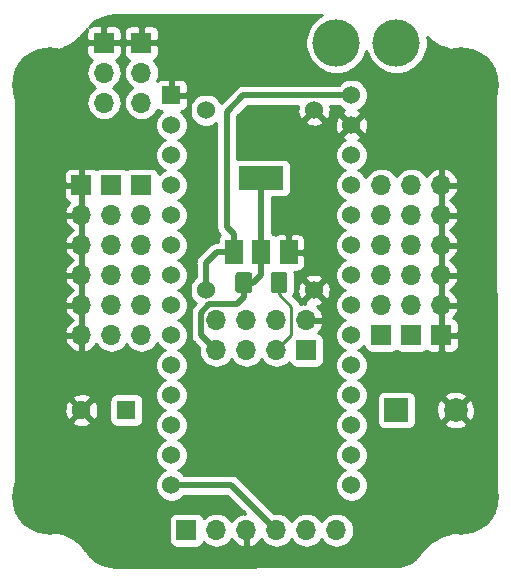
<source format=gbl>
G04 #@! TF.GenerationSoftware,KiCad,Pcbnew,(5.1.4)-1*
G04 #@! TF.CreationDate,2020-05-13T10:23:39+02:00*
G04 #@! TF.ProjectId,Pacifista_TinyFPGA,50616369-6669-4737-9461-5f54696e7946,rev?*
G04 #@! TF.SameCoordinates,Original*
G04 #@! TF.FileFunction,Copper,L2,Bot*
G04 #@! TF.FilePolarity,Positive*
%FSLAX46Y46*%
G04 Gerber Fmt 4.6, Leading zero omitted, Abs format (unit mm)*
G04 Created by KiCad (PCBNEW (5.1.4)-1) date 2020-05-13 10:23:39*
%MOMM*%
%LPD*%
G04 APERTURE LIST*
%ADD10O,1.700000X1.700000*%
%ADD11R,1.700000X1.700000*%
%ADD12C,0.600000*%
%ADD13C,6.400000*%
%ADD14R,2.000000X2.000000*%
%ADD15C,2.000000*%
%ADD16R,1.600000X1.600000*%
%ADD17C,1.600000*%
%ADD18C,4.000500*%
%ADD19C,0.100000*%
%ADD20C,1.425000*%
%ADD21R,3.800000X2.000000*%
%ADD22R,1.500000X2.000000*%
%ADD23C,1.524000*%
%ADD24R,1.524000X1.524000*%
%ADD25C,0.508000*%
%ADD26C,0.254000*%
G04 APERTURE END LIST*
D10*
X96520000Y-110490000D03*
X96520000Y-113030000D03*
X96520000Y-115570000D03*
X96520000Y-118110000D03*
X96520000Y-120650000D03*
D11*
X96520000Y-123190000D03*
D12*
X104948056Y-100283944D03*
X103251000Y-99581000D03*
X101553944Y-100283944D03*
X100851000Y-101981000D03*
X101553944Y-103678056D03*
X103251000Y-104381000D03*
X104948056Y-103678056D03*
X105651000Y-101981000D03*
D13*
X103251000Y-101981000D03*
X103251000Y-136906000D03*
D12*
X105651000Y-136906000D03*
X104948056Y-138603056D03*
X103251000Y-139306000D03*
X101553944Y-138603056D03*
X100851000Y-136906000D03*
X101553944Y-135208944D03*
X103251000Y-134506000D03*
X104948056Y-135208944D03*
X70150056Y-135208944D03*
X68453000Y-134506000D03*
X66755944Y-135208944D03*
X66053000Y-136906000D03*
X66755944Y-138603056D03*
X68453000Y-139306000D03*
X70150056Y-138603056D03*
X70853000Y-136906000D03*
D13*
X68453000Y-136906000D03*
X68453000Y-101981000D03*
D12*
X70853000Y-101981000D03*
X70150056Y-103678056D03*
X68453000Y-104381000D03*
X66755944Y-103678056D03*
X66053000Y-101981000D03*
X66755944Y-100283944D03*
X68453000Y-99581000D03*
X70150056Y-100283944D03*
D14*
X97790000Y-129540000D03*
D15*
X102790000Y-129540000D03*
D11*
X99060000Y-123190000D03*
D10*
X99060000Y-120650000D03*
X99060000Y-118110000D03*
X99060000Y-115570000D03*
X99060000Y-113030000D03*
X99060000Y-110490000D03*
X82550000Y-121920000D03*
X82550000Y-124460000D03*
X85090000Y-121920000D03*
X85090000Y-124460000D03*
X87630000Y-121920000D03*
X87630000Y-124460000D03*
X90170000Y-121920000D03*
D11*
X90170000Y-124460000D03*
D10*
X101600000Y-110490000D03*
X101600000Y-113030000D03*
X101600000Y-115570000D03*
X101600000Y-118110000D03*
X101600000Y-120650000D03*
D11*
X101600000Y-123190000D03*
X71120000Y-110490000D03*
D10*
X71120000Y-113030000D03*
X71120000Y-115570000D03*
X71120000Y-118110000D03*
X71120000Y-120650000D03*
X71120000Y-123190000D03*
X73025000Y-103505000D03*
X73025000Y-100965000D03*
D11*
X73025000Y-98425000D03*
D16*
X74920000Y-129540000D03*
D17*
X71120000Y-129540000D03*
D18*
X92710000Y-98425000D03*
X97790000Y-98425000D03*
D10*
X73660000Y-123190000D03*
X73660000Y-120650000D03*
X73660000Y-118110000D03*
X73660000Y-115570000D03*
X73660000Y-113030000D03*
D11*
X73660000Y-110490000D03*
X76200000Y-110490000D03*
D10*
X76200000Y-113030000D03*
X76200000Y-115570000D03*
X76200000Y-118110000D03*
X76200000Y-120650000D03*
X76200000Y-123190000D03*
D19*
G36*
X88334504Y-117871204D02*
G01*
X88358773Y-117874804D01*
X88382571Y-117880765D01*
X88405671Y-117889030D01*
X88427849Y-117899520D01*
X88448893Y-117912133D01*
X88468598Y-117926747D01*
X88486777Y-117943223D01*
X88503253Y-117961402D01*
X88517867Y-117981107D01*
X88530480Y-118002151D01*
X88540970Y-118024329D01*
X88549235Y-118047429D01*
X88555196Y-118071227D01*
X88558796Y-118095496D01*
X88560000Y-118120000D01*
X88560000Y-119370000D01*
X88558796Y-119394504D01*
X88555196Y-119418773D01*
X88549235Y-119442571D01*
X88540970Y-119465671D01*
X88530480Y-119487849D01*
X88517867Y-119508893D01*
X88503253Y-119528598D01*
X88486777Y-119546777D01*
X88468598Y-119563253D01*
X88448893Y-119577867D01*
X88427849Y-119590480D01*
X88405671Y-119600970D01*
X88382571Y-119609235D01*
X88358773Y-119615196D01*
X88334504Y-119618796D01*
X88310000Y-119620000D01*
X87385000Y-119620000D01*
X87360496Y-119618796D01*
X87336227Y-119615196D01*
X87312429Y-119609235D01*
X87289329Y-119600970D01*
X87267151Y-119590480D01*
X87246107Y-119577867D01*
X87226402Y-119563253D01*
X87208223Y-119546777D01*
X87191747Y-119528598D01*
X87177133Y-119508893D01*
X87164520Y-119487849D01*
X87154030Y-119465671D01*
X87145765Y-119442571D01*
X87139804Y-119418773D01*
X87136204Y-119394504D01*
X87135000Y-119370000D01*
X87135000Y-118120000D01*
X87136204Y-118095496D01*
X87139804Y-118071227D01*
X87145765Y-118047429D01*
X87154030Y-118024329D01*
X87164520Y-118002151D01*
X87177133Y-117981107D01*
X87191747Y-117961402D01*
X87208223Y-117943223D01*
X87226402Y-117926747D01*
X87246107Y-117912133D01*
X87267151Y-117899520D01*
X87289329Y-117889030D01*
X87312429Y-117880765D01*
X87336227Y-117874804D01*
X87360496Y-117871204D01*
X87385000Y-117870000D01*
X88310000Y-117870000D01*
X88334504Y-117871204D01*
X88334504Y-117871204D01*
G37*
D20*
X87847500Y-118745000D03*
D19*
G36*
X85359504Y-117871204D02*
G01*
X85383773Y-117874804D01*
X85407571Y-117880765D01*
X85430671Y-117889030D01*
X85452849Y-117899520D01*
X85473893Y-117912133D01*
X85493598Y-117926747D01*
X85511777Y-117943223D01*
X85528253Y-117961402D01*
X85542867Y-117981107D01*
X85555480Y-118002151D01*
X85565970Y-118024329D01*
X85574235Y-118047429D01*
X85580196Y-118071227D01*
X85583796Y-118095496D01*
X85585000Y-118120000D01*
X85585000Y-119370000D01*
X85583796Y-119394504D01*
X85580196Y-119418773D01*
X85574235Y-119442571D01*
X85565970Y-119465671D01*
X85555480Y-119487849D01*
X85542867Y-119508893D01*
X85528253Y-119528598D01*
X85511777Y-119546777D01*
X85493598Y-119563253D01*
X85473893Y-119577867D01*
X85452849Y-119590480D01*
X85430671Y-119600970D01*
X85407571Y-119609235D01*
X85383773Y-119615196D01*
X85359504Y-119618796D01*
X85335000Y-119620000D01*
X84410000Y-119620000D01*
X84385496Y-119618796D01*
X84361227Y-119615196D01*
X84337429Y-119609235D01*
X84314329Y-119600970D01*
X84292151Y-119590480D01*
X84271107Y-119577867D01*
X84251402Y-119563253D01*
X84233223Y-119546777D01*
X84216747Y-119528598D01*
X84202133Y-119508893D01*
X84189520Y-119487849D01*
X84179030Y-119465671D01*
X84170765Y-119442571D01*
X84164804Y-119418773D01*
X84161204Y-119394504D01*
X84160000Y-119370000D01*
X84160000Y-118120000D01*
X84161204Y-118095496D01*
X84164804Y-118071227D01*
X84170765Y-118047429D01*
X84179030Y-118024329D01*
X84189520Y-118002151D01*
X84202133Y-117981107D01*
X84216747Y-117961402D01*
X84233223Y-117943223D01*
X84251402Y-117926747D01*
X84271107Y-117912133D01*
X84292151Y-117899520D01*
X84314329Y-117889030D01*
X84337429Y-117880765D01*
X84361227Y-117874804D01*
X84385496Y-117871204D01*
X84410000Y-117870000D01*
X85335000Y-117870000D01*
X85359504Y-117871204D01*
X85359504Y-117871204D01*
G37*
D20*
X84872500Y-118745000D03*
D21*
X86360000Y-109880000D03*
D22*
X86360000Y-116180000D03*
X84060000Y-116180000D03*
X88660000Y-116180000D03*
D10*
X76200000Y-103505000D03*
X76200000Y-100965000D03*
D11*
X76200000Y-98425000D03*
D23*
X90805000Y-119380000D03*
X81665000Y-119380000D03*
X90809000Y-104140000D03*
X81665000Y-104140000D03*
D10*
X92710000Y-139700000D03*
X90170000Y-139700000D03*
X87630000Y-139700000D03*
X85090000Y-139700000D03*
X82550000Y-139700000D03*
D11*
X80010000Y-139700000D03*
D23*
X93980000Y-102870000D03*
X93980000Y-105410000D03*
X93980000Y-107950000D03*
X93980000Y-110490000D03*
X93980000Y-113030000D03*
X93980000Y-115570000D03*
X93980000Y-118110000D03*
X93980000Y-120650000D03*
X93980000Y-123190000D03*
X93980000Y-125730000D03*
X93980000Y-128270000D03*
X93980000Y-130810000D03*
X93980000Y-133350000D03*
X93980000Y-135890000D03*
X78740000Y-135890000D03*
X78740000Y-133350000D03*
X78740000Y-130810000D03*
X78740000Y-128270000D03*
X78740000Y-125730000D03*
X78740000Y-123190000D03*
X78740000Y-120650000D03*
X78740000Y-118110000D03*
X78740000Y-115570000D03*
X78740000Y-113030000D03*
X78740000Y-110490000D03*
X78740000Y-107950000D03*
X78740000Y-105410000D03*
D24*
X78740000Y-102870000D03*
D25*
X97790000Y-129540000D02*
X98425000Y-129540000D01*
X86360000Y-116180000D02*
X86360000Y-117257500D01*
X86360000Y-109880000D02*
X86360000Y-116180000D01*
X81245999Y-123155999D02*
X82550000Y-124460000D01*
X81245999Y-121294079D02*
X81245999Y-123155999D01*
X81944077Y-120596001D02*
X81245999Y-121294079D01*
X84254999Y-120596001D02*
X81944077Y-120596001D01*
X84872500Y-118745000D02*
X84872500Y-119978500D01*
X84872500Y-119978500D02*
X84254999Y-120596001D01*
X86360000Y-118070000D02*
X86360000Y-117257500D01*
X85685000Y-118745000D02*
X86360000Y-118070000D01*
X84872500Y-118745000D02*
X85685000Y-118745000D01*
D26*
X87847500Y-119720000D02*
X88900000Y-120772500D01*
X88900000Y-120772500D02*
X88900000Y-123190000D01*
X87847500Y-118745000D02*
X87847500Y-119720000D01*
X88900000Y-123190000D02*
X87630000Y-124460000D01*
D25*
X84060000Y-114672000D02*
X83439000Y-114051000D01*
X84060000Y-116180000D02*
X84060000Y-114672000D01*
X83439000Y-114051000D02*
X83439000Y-104267000D01*
X84836000Y-102870000D02*
X83439000Y-104267000D01*
X93980000Y-102870000D02*
X84836000Y-102870000D01*
X81665000Y-119380000D02*
X81665000Y-117090000D01*
X81665000Y-117090000D02*
X82575000Y-116180000D01*
X84060000Y-116180000D02*
X82575000Y-116180000D01*
X83820000Y-135890000D02*
X87630000Y-139700000D01*
X78740000Y-135890000D02*
X83820000Y-135890000D01*
D26*
G36*
X91471021Y-96085828D02*
G01*
X91461741Y-96089672D01*
X91030126Y-96378068D01*
X90663068Y-96745126D01*
X90374672Y-97176741D01*
X90176021Y-97656326D01*
X90074750Y-98165451D01*
X90074750Y-98684549D01*
X90176021Y-99193674D01*
X90374672Y-99673259D01*
X90663068Y-100104874D01*
X91030126Y-100471932D01*
X91461741Y-100760328D01*
X91941326Y-100958979D01*
X92450451Y-101060250D01*
X92969549Y-101060250D01*
X93478674Y-100958979D01*
X93958259Y-100760328D01*
X94389874Y-100471932D01*
X94756932Y-100104874D01*
X95045328Y-99673259D01*
X95243979Y-99193674D01*
X95250000Y-99163404D01*
X95256021Y-99193674D01*
X95454672Y-99673259D01*
X95743068Y-100104874D01*
X96110126Y-100471932D01*
X96541741Y-100760328D01*
X97021326Y-100958979D01*
X97530451Y-101060250D01*
X98049549Y-101060250D01*
X98558674Y-100958979D01*
X99038259Y-100760328D01*
X99469874Y-100471932D01*
X99836932Y-100104874D01*
X100125328Y-99673259D01*
X100323979Y-99193674D01*
X100425250Y-98684549D01*
X100425250Y-98165451D01*
X100387815Y-97977253D01*
X100841902Y-98345555D01*
X100893694Y-98379764D01*
X100945029Y-98414710D01*
X100953454Y-98419236D01*
X101601299Y-98761455D01*
X101658773Y-98784962D01*
X101715893Y-98809261D01*
X101725037Y-98812065D01*
X102427015Y-99021934D01*
X102487940Y-99033826D01*
X102548714Y-99046572D01*
X102558228Y-99047546D01*
X103268657Y-99115263D01*
X103272153Y-99116001D01*
X103281666Y-99116987D01*
X103893766Y-99176106D01*
X104418398Y-99333670D01*
X104902437Y-99590137D01*
X105327442Y-99935733D01*
X105677224Y-100357299D01*
X105938463Y-100838775D01*
X106101208Y-101361827D01*
X106162654Y-101938387D01*
X106198162Y-136919111D01*
X106141676Y-137503878D01*
X105982394Y-138034205D01*
X105723136Y-138523498D01*
X105373782Y-138953110D01*
X104947628Y-139306691D01*
X104460925Y-139570757D01*
X103932191Y-139735264D01*
X103348907Y-139797419D01*
X103298317Y-139797600D01*
X103266182Y-139800867D01*
X103233882Y-139800869D01*
X103224370Y-139801869D01*
X102507234Y-139882350D01*
X102446519Y-139895259D01*
X102385606Y-139907324D01*
X102376469Y-139910153D01*
X101688623Y-140128393D01*
X101631567Y-140152851D01*
X101574160Y-140176517D01*
X101565747Y-140181066D01*
X100933391Y-140528754D01*
X100882147Y-140563846D01*
X100830457Y-140598193D01*
X100823088Y-140604289D01*
X100270307Y-141068180D01*
X100226843Y-141112569D01*
X100182820Y-141156291D01*
X100176775Y-141163703D01*
X99724626Y-141726128D01*
X99724041Y-141727022D01*
X99389343Y-142109227D01*
X99014995Y-142397423D01*
X98591799Y-142607420D01*
X98131190Y-142732489D01*
X97694054Y-142769162D01*
X74071524Y-142793730D01*
X73450031Y-142732792D01*
X72876684Y-142559688D01*
X72347882Y-142278519D01*
X71883748Y-141899981D01*
X71477005Y-141408364D01*
X71465125Y-141390210D01*
X71459080Y-141382798D01*
X71072315Y-140915279D01*
X71028260Y-140871531D01*
X70984822Y-140827173D01*
X70977453Y-140821077D01*
X70507245Y-140437585D01*
X70455542Y-140403234D01*
X70404306Y-140368152D01*
X70395893Y-140363603D01*
X69860154Y-140078745D01*
X69802753Y-140055086D01*
X69745689Y-140030628D01*
X69736556Y-140027801D01*
X69736550Y-140027799D01*
X69155686Y-139852427D01*
X69094776Y-139840366D01*
X69034057Y-139827460D01*
X69024545Y-139826460D01*
X68456247Y-139770738D01*
X68436798Y-139766485D01*
X68427293Y-139765430D01*
X67816614Y-139701960D01*
X67294081Y-139540873D01*
X66812779Y-139281354D01*
X66391062Y-138933302D01*
X66044974Y-138509960D01*
X65787706Y-138027459D01*
X65629058Y-137504180D01*
X65571819Y-136927301D01*
X65567186Y-130532702D01*
X70306903Y-130532702D01*
X70378486Y-130776671D01*
X70633996Y-130897571D01*
X70908184Y-130966300D01*
X71190512Y-130980217D01*
X71470130Y-130938787D01*
X71736292Y-130843603D01*
X71861514Y-130776671D01*
X71933097Y-130532702D01*
X71120000Y-129719605D01*
X70306903Y-130532702D01*
X65567186Y-130532702D01*
X65566517Y-129610512D01*
X69679783Y-129610512D01*
X69721213Y-129890130D01*
X69816397Y-130156292D01*
X69883329Y-130281514D01*
X70127298Y-130353097D01*
X70940395Y-129540000D01*
X71299605Y-129540000D01*
X72112702Y-130353097D01*
X72356671Y-130281514D01*
X72477571Y-130026004D01*
X72546300Y-129751816D01*
X72560217Y-129469488D01*
X72518787Y-129189870D01*
X72423603Y-128923708D01*
X72356671Y-128798486D01*
X72157340Y-128740000D01*
X73481928Y-128740000D01*
X73481928Y-130340000D01*
X73494188Y-130464482D01*
X73530498Y-130584180D01*
X73589463Y-130694494D01*
X73668815Y-130791185D01*
X73765506Y-130870537D01*
X73875820Y-130929502D01*
X73995518Y-130965812D01*
X74120000Y-130978072D01*
X75720000Y-130978072D01*
X75844482Y-130965812D01*
X75964180Y-130929502D01*
X76074494Y-130870537D01*
X76171185Y-130791185D01*
X76250537Y-130694494D01*
X76309502Y-130584180D01*
X76345812Y-130464482D01*
X76358072Y-130340000D01*
X76358072Y-128740000D01*
X76345812Y-128615518D01*
X76309502Y-128495820D01*
X76250537Y-128385506D01*
X76171185Y-128288815D01*
X76074494Y-128209463D01*
X75964180Y-128150498D01*
X75844482Y-128114188D01*
X75720000Y-128101928D01*
X74120000Y-128101928D01*
X73995518Y-128114188D01*
X73875820Y-128150498D01*
X73765506Y-128209463D01*
X73668815Y-128288815D01*
X73589463Y-128385506D01*
X73530498Y-128495820D01*
X73494188Y-128615518D01*
X73481928Y-128740000D01*
X72157340Y-128740000D01*
X72112702Y-128726903D01*
X71299605Y-129540000D01*
X70940395Y-129540000D01*
X70127298Y-128726903D01*
X69883329Y-128798486D01*
X69762429Y-129053996D01*
X69693700Y-129328184D01*
X69679783Y-129610512D01*
X65566517Y-129610512D01*
X65565747Y-128547298D01*
X70306903Y-128547298D01*
X71120000Y-129360395D01*
X71933097Y-128547298D01*
X71861514Y-128303329D01*
X71606004Y-128182429D01*
X71331816Y-128113700D01*
X71049488Y-128099783D01*
X70769870Y-128141213D01*
X70503708Y-128236397D01*
X70378486Y-128303329D01*
X70306903Y-128547298D01*
X65565747Y-128547298D01*
X65562123Y-123546890D01*
X69678524Y-123546890D01*
X69723175Y-123694099D01*
X69848359Y-123956920D01*
X70022412Y-124190269D01*
X70238645Y-124385178D01*
X70488748Y-124534157D01*
X70763109Y-124631481D01*
X70993000Y-124510814D01*
X70993000Y-123317000D01*
X69799845Y-123317000D01*
X69678524Y-123546890D01*
X65562123Y-123546890D01*
X65560283Y-121006890D01*
X69678524Y-121006890D01*
X69723175Y-121154099D01*
X69848359Y-121416920D01*
X70022412Y-121650269D01*
X70238645Y-121845178D01*
X70364255Y-121920000D01*
X70238645Y-121994822D01*
X70022412Y-122189731D01*
X69848359Y-122423080D01*
X69723175Y-122685901D01*
X69678524Y-122833110D01*
X69799845Y-123063000D01*
X70993000Y-123063000D01*
X70993000Y-120777000D01*
X69799845Y-120777000D01*
X69678524Y-121006890D01*
X65560283Y-121006890D01*
X65558443Y-118466890D01*
X69678524Y-118466890D01*
X69723175Y-118614099D01*
X69848359Y-118876920D01*
X70022412Y-119110269D01*
X70238645Y-119305178D01*
X70364255Y-119380000D01*
X70238645Y-119454822D01*
X70022412Y-119649731D01*
X69848359Y-119883080D01*
X69723175Y-120145901D01*
X69678524Y-120293110D01*
X69799845Y-120523000D01*
X70993000Y-120523000D01*
X70993000Y-118237000D01*
X69799845Y-118237000D01*
X69678524Y-118466890D01*
X65558443Y-118466890D01*
X65556602Y-115926890D01*
X69678524Y-115926890D01*
X69723175Y-116074099D01*
X69848359Y-116336920D01*
X70022412Y-116570269D01*
X70238645Y-116765178D01*
X70364255Y-116840000D01*
X70238645Y-116914822D01*
X70022412Y-117109731D01*
X69848359Y-117343080D01*
X69723175Y-117605901D01*
X69678524Y-117753110D01*
X69799845Y-117983000D01*
X70993000Y-117983000D01*
X70993000Y-115697000D01*
X69799845Y-115697000D01*
X69678524Y-115926890D01*
X65556602Y-115926890D01*
X65554761Y-113386890D01*
X69678524Y-113386890D01*
X69723175Y-113534099D01*
X69848359Y-113796920D01*
X70022412Y-114030269D01*
X70238645Y-114225178D01*
X70364255Y-114300000D01*
X70238645Y-114374822D01*
X70022412Y-114569731D01*
X69848359Y-114803080D01*
X69723175Y-115065901D01*
X69678524Y-115213110D01*
X69799845Y-115443000D01*
X70993000Y-115443000D01*
X70993000Y-113157000D01*
X69799845Y-113157000D01*
X69678524Y-113386890D01*
X65554761Y-113386890D01*
X65553277Y-111340000D01*
X69631928Y-111340000D01*
X69644188Y-111464482D01*
X69680498Y-111584180D01*
X69739463Y-111694494D01*
X69818815Y-111791185D01*
X69915506Y-111870537D01*
X70025820Y-111929502D01*
X70106466Y-111953966D01*
X70022412Y-112029731D01*
X69848359Y-112263080D01*
X69723175Y-112525901D01*
X69678524Y-112673110D01*
X69799845Y-112903000D01*
X70993000Y-112903000D01*
X70993000Y-110617000D01*
X69793750Y-110617000D01*
X69635000Y-110775750D01*
X69631928Y-111340000D01*
X65553277Y-111340000D01*
X65552045Y-109640000D01*
X69631928Y-109640000D01*
X69635000Y-110204250D01*
X69793750Y-110363000D01*
X70993000Y-110363000D01*
X70993000Y-109163750D01*
X71247000Y-109163750D01*
X71247000Y-110363000D01*
X71267000Y-110363000D01*
X71267000Y-110617000D01*
X71247000Y-110617000D01*
X71247000Y-112903000D01*
X71267000Y-112903000D01*
X71267000Y-113157000D01*
X71247000Y-113157000D01*
X71247000Y-115443000D01*
X71267000Y-115443000D01*
X71267000Y-115697000D01*
X71247000Y-115697000D01*
X71247000Y-117983000D01*
X71267000Y-117983000D01*
X71267000Y-118237000D01*
X71247000Y-118237000D01*
X71247000Y-120523000D01*
X71267000Y-120523000D01*
X71267000Y-120777000D01*
X71247000Y-120777000D01*
X71247000Y-123063000D01*
X71267000Y-123063000D01*
X71267000Y-123317000D01*
X71247000Y-123317000D01*
X71247000Y-124510814D01*
X71476891Y-124631481D01*
X71751252Y-124534157D01*
X72001355Y-124385178D01*
X72217588Y-124190269D01*
X72388416Y-123961244D01*
X72419294Y-124019014D01*
X72604866Y-124245134D01*
X72830986Y-124430706D01*
X73088966Y-124568599D01*
X73368889Y-124653513D01*
X73587050Y-124675000D01*
X73732950Y-124675000D01*
X73951111Y-124653513D01*
X74231034Y-124568599D01*
X74489014Y-124430706D01*
X74715134Y-124245134D01*
X74900706Y-124019014D01*
X74930000Y-123964209D01*
X74959294Y-124019014D01*
X75144866Y-124245134D01*
X75370986Y-124430706D01*
X75628966Y-124568599D01*
X75908889Y-124653513D01*
X76127050Y-124675000D01*
X76272950Y-124675000D01*
X76491111Y-124653513D01*
X76771034Y-124568599D01*
X77029014Y-124430706D01*
X77255134Y-124245134D01*
X77440706Y-124019014D01*
X77517622Y-123875114D01*
X77654880Y-124080535D01*
X77849465Y-124275120D01*
X78078273Y-124428005D01*
X78155515Y-124460000D01*
X78078273Y-124491995D01*
X77849465Y-124644880D01*
X77654880Y-124839465D01*
X77501995Y-125068273D01*
X77396686Y-125322510D01*
X77343000Y-125592408D01*
X77343000Y-125867592D01*
X77396686Y-126137490D01*
X77501995Y-126391727D01*
X77654880Y-126620535D01*
X77849465Y-126815120D01*
X78078273Y-126968005D01*
X78155515Y-127000000D01*
X78078273Y-127031995D01*
X77849465Y-127184880D01*
X77654880Y-127379465D01*
X77501995Y-127608273D01*
X77396686Y-127862510D01*
X77343000Y-128132408D01*
X77343000Y-128407592D01*
X77396686Y-128677490D01*
X77501995Y-128931727D01*
X77654880Y-129160535D01*
X77849465Y-129355120D01*
X78078273Y-129508005D01*
X78155515Y-129540000D01*
X78078273Y-129571995D01*
X77849465Y-129724880D01*
X77654880Y-129919465D01*
X77501995Y-130148273D01*
X77396686Y-130402510D01*
X77343000Y-130672408D01*
X77343000Y-130947592D01*
X77396686Y-131217490D01*
X77501995Y-131471727D01*
X77654880Y-131700535D01*
X77849465Y-131895120D01*
X78078273Y-132048005D01*
X78155515Y-132080000D01*
X78078273Y-132111995D01*
X77849465Y-132264880D01*
X77654880Y-132459465D01*
X77501995Y-132688273D01*
X77396686Y-132942510D01*
X77343000Y-133212408D01*
X77343000Y-133487592D01*
X77396686Y-133757490D01*
X77501995Y-134011727D01*
X77654880Y-134240535D01*
X77849465Y-134435120D01*
X78078273Y-134588005D01*
X78155515Y-134620000D01*
X78078273Y-134651995D01*
X77849465Y-134804880D01*
X77654880Y-134999465D01*
X77501995Y-135228273D01*
X77396686Y-135482510D01*
X77343000Y-135752408D01*
X77343000Y-136027592D01*
X77396686Y-136297490D01*
X77501995Y-136551727D01*
X77654880Y-136780535D01*
X77849465Y-136975120D01*
X78078273Y-137128005D01*
X78332510Y-137233314D01*
X78602408Y-137287000D01*
X78877592Y-137287000D01*
X79147490Y-137233314D01*
X79401727Y-137128005D01*
X79630535Y-136975120D01*
X79825120Y-136780535D01*
X79826146Y-136779000D01*
X83451765Y-136779000D01*
X84962998Y-138290234D01*
X84962998Y-138379844D01*
X84733110Y-138258524D01*
X84585901Y-138303175D01*
X84323080Y-138428359D01*
X84089731Y-138602412D01*
X83894822Y-138818645D01*
X83825201Y-138935523D01*
X83790706Y-138870986D01*
X83605134Y-138644866D01*
X83379014Y-138459294D01*
X83121034Y-138321401D01*
X82841111Y-138236487D01*
X82622950Y-138215000D01*
X82477050Y-138215000D01*
X82258889Y-138236487D01*
X81978966Y-138321401D01*
X81720986Y-138459294D01*
X81494866Y-138644866D01*
X81470393Y-138674687D01*
X81449502Y-138605820D01*
X81390537Y-138495506D01*
X81311185Y-138398815D01*
X81214494Y-138319463D01*
X81104180Y-138260498D01*
X80984482Y-138224188D01*
X80860000Y-138211928D01*
X79160000Y-138211928D01*
X79035518Y-138224188D01*
X78915820Y-138260498D01*
X78805506Y-138319463D01*
X78708815Y-138398815D01*
X78629463Y-138495506D01*
X78570498Y-138605820D01*
X78534188Y-138725518D01*
X78521928Y-138850000D01*
X78521928Y-140550000D01*
X78534188Y-140674482D01*
X78570498Y-140794180D01*
X78629463Y-140904494D01*
X78708815Y-141001185D01*
X78805506Y-141080537D01*
X78915820Y-141139502D01*
X79035518Y-141175812D01*
X79160000Y-141188072D01*
X80860000Y-141188072D01*
X80984482Y-141175812D01*
X81104180Y-141139502D01*
X81214494Y-141080537D01*
X81311185Y-141001185D01*
X81390537Y-140904494D01*
X81449502Y-140794180D01*
X81470393Y-140725313D01*
X81494866Y-140755134D01*
X81720986Y-140940706D01*
X81978966Y-141078599D01*
X82258889Y-141163513D01*
X82477050Y-141185000D01*
X82622950Y-141185000D01*
X82841111Y-141163513D01*
X83121034Y-141078599D01*
X83379014Y-140940706D01*
X83605134Y-140755134D01*
X83790706Y-140529014D01*
X83825201Y-140464477D01*
X83894822Y-140581355D01*
X84089731Y-140797588D01*
X84323080Y-140971641D01*
X84585901Y-141096825D01*
X84733110Y-141141476D01*
X84963000Y-141020155D01*
X84963000Y-139827000D01*
X84943000Y-139827000D01*
X84943000Y-139573000D01*
X84963000Y-139573000D01*
X84963000Y-139553000D01*
X85217000Y-139553000D01*
X85217000Y-139573000D01*
X85237000Y-139573000D01*
X85237000Y-139827000D01*
X85217000Y-139827000D01*
X85217000Y-141020155D01*
X85446890Y-141141476D01*
X85594099Y-141096825D01*
X85856920Y-140971641D01*
X86090269Y-140797588D01*
X86285178Y-140581355D01*
X86354799Y-140464477D01*
X86389294Y-140529014D01*
X86574866Y-140755134D01*
X86800986Y-140940706D01*
X87058966Y-141078599D01*
X87338889Y-141163513D01*
X87557050Y-141185000D01*
X87702950Y-141185000D01*
X87921111Y-141163513D01*
X88201034Y-141078599D01*
X88459014Y-140940706D01*
X88685134Y-140755134D01*
X88870706Y-140529014D01*
X88900000Y-140474209D01*
X88929294Y-140529014D01*
X89114866Y-140755134D01*
X89340986Y-140940706D01*
X89598966Y-141078599D01*
X89878889Y-141163513D01*
X90097050Y-141185000D01*
X90242950Y-141185000D01*
X90461111Y-141163513D01*
X90741034Y-141078599D01*
X90999014Y-140940706D01*
X91225134Y-140755134D01*
X91410706Y-140529014D01*
X91440000Y-140474209D01*
X91469294Y-140529014D01*
X91654866Y-140755134D01*
X91880986Y-140940706D01*
X92138966Y-141078599D01*
X92418889Y-141163513D01*
X92637050Y-141185000D01*
X92782950Y-141185000D01*
X93001111Y-141163513D01*
X93281034Y-141078599D01*
X93539014Y-140940706D01*
X93765134Y-140755134D01*
X93950706Y-140529014D01*
X94088599Y-140271034D01*
X94173513Y-139991111D01*
X94202185Y-139700000D01*
X94173513Y-139408889D01*
X94088599Y-139128966D01*
X93950706Y-138870986D01*
X93765134Y-138644866D01*
X93539014Y-138459294D01*
X93281034Y-138321401D01*
X93001111Y-138236487D01*
X92782950Y-138215000D01*
X92637050Y-138215000D01*
X92418889Y-138236487D01*
X92138966Y-138321401D01*
X91880986Y-138459294D01*
X91654866Y-138644866D01*
X91469294Y-138870986D01*
X91440000Y-138925791D01*
X91410706Y-138870986D01*
X91225134Y-138644866D01*
X90999014Y-138459294D01*
X90741034Y-138321401D01*
X90461111Y-138236487D01*
X90242950Y-138215000D01*
X90097050Y-138215000D01*
X89878889Y-138236487D01*
X89598966Y-138321401D01*
X89340986Y-138459294D01*
X89114866Y-138644866D01*
X88929294Y-138870986D01*
X88900000Y-138925791D01*
X88870706Y-138870986D01*
X88685134Y-138644866D01*
X88459014Y-138459294D01*
X88201034Y-138321401D01*
X87921111Y-138236487D01*
X87702950Y-138215000D01*
X87557050Y-138215000D01*
X87416117Y-138228881D01*
X84479499Y-135292264D01*
X84451659Y-135258341D01*
X84316291Y-135147247D01*
X84161851Y-135064697D01*
X83994274Y-135013864D01*
X83863667Y-135001000D01*
X83863660Y-135001000D01*
X83820000Y-134996700D01*
X83776340Y-135001000D01*
X79826146Y-135001000D01*
X79825120Y-134999465D01*
X79630535Y-134804880D01*
X79401727Y-134651995D01*
X79324485Y-134620000D01*
X79401727Y-134588005D01*
X79630535Y-134435120D01*
X79825120Y-134240535D01*
X79978005Y-134011727D01*
X80083314Y-133757490D01*
X80137000Y-133487592D01*
X80137000Y-133212408D01*
X80083314Y-132942510D01*
X79978005Y-132688273D01*
X79825120Y-132459465D01*
X79630535Y-132264880D01*
X79401727Y-132111995D01*
X79324485Y-132080000D01*
X79401727Y-132048005D01*
X79630535Y-131895120D01*
X79825120Y-131700535D01*
X79978005Y-131471727D01*
X80083314Y-131217490D01*
X80137000Y-130947592D01*
X80137000Y-130672408D01*
X80083314Y-130402510D01*
X79978005Y-130148273D01*
X79825120Y-129919465D01*
X79630535Y-129724880D01*
X79401727Y-129571995D01*
X79324485Y-129540000D01*
X79401727Y-129508005D01*
X79630535Y-129355120D01*
X79825120Y-129160535D01*
X79978005Y-128931727D01*
X80083314Y-128677490D01*
X80137000Y-128407592D01*
X80137000Y-128132408D01*
X80083314Y-127862510D01*
X79978005Y-127608273D01*
X79825120Y-127379465D01*
X79630535Y-127184880D01*
X79401727Y-127031995D01*
X79324485Y-127000000D01*
X79401727Y-126968005D01*
X79630535Y-126815120D01*
X79825120Y-126620535D01*
X79978005Y-126391727D01*
X80083314Y-126137490D01*
X80137000Y-125867592D01*
X80137000Y-125592408D01*
X80083314Y-125322510D01*
X79978005Y-125068273D01*
X79825120Y-124839465D01*
X79630535Y-124644880D01*
X79401727Y-124491995D01*
X79324485Y-124460000D01*
X79401727Y-124428005D01*
X79630535Y-124275120D01*
X79825120Y-124080535D01*
X79978005Y-123851727D01*
X80083314Y-123597490D01*
X80137000Y-123327592D01*
X80137000Y-123052408D01*
X80083314Y-122782510D01*
X79978005Y-122528273D01*
X79825120Y-122299465D01*
X79630535Y-122104880D01*
X79401727Y-121951995D01*
X79324485Y-121920000D01*
X79401727Y-121888005D01*
X79630535Y-121735120D01*
X79825120Y-121540535D01*
X79978005Y-121311727D01*
X80083314Y-121057490D01*
X80137000Y-120787592D01*
X80137000Y-120512408D01*
X80083314Y-120242510D01*
X79978005Y-119988273D01*
X79825120Y-119759465D01*
X79630535Y-119564880D01*
X79401727Y-119411995D01*
X79324485Y-119380000D01*
X79401727Y-119348005D01*
X79630535Y-119195120D01*
X79825120Y-119000535D01*
X79978005Y-118771727D01*
X80083314Y-118517490D01*
X80137000Y-118247592D01*
X80137000Y-117972408D01*
X80083314Y-117702510D01*
X79978005Y-117448273D01*
X79825120Y-117219465D01*
X79630535Y-117024880D01*
X79401727Y-116871995D01*
X79324485Y-116840000D01*
X79401727Y-116808005D01*
X79630535Y-116655120D01*
X79825120Y-116460535D01*
X79978005Y-116231727D01*
X80083314Y-115977490D01*
X80137000Y-115707592D01*
X80137000Y-115432408D01*
X80083314Y-115162510D01*
X79978005Y-114908273D01*
X79825120Y-114679465D01*
X79630535Y-114484880D01*
X79401727Y-114331995D01*
X79324485Y-114300000D01*
X79401727Y-114268005D01*
X79630535Y-114115120D01*
X79825120Y-113920535D01*
X79978005Y-113691727D01*
X80083314Y-113437490D01*
X80137000Y-113167592D01*
X80137000Y-112892408D01*
X80083314Y-112622510D01*
X79978005Y-112368273D01*
X79825120Y-112139465D01*
X79630535Y-111944880D01*
X79401727Y-111791995D01*
X79324485Y-111760000D01*
X79401727Y-111728005D01*
X79630535Y-111575120D01*
X79825120Y-111380535D01*
X79978005Y-111151727D01*
X80083314Y-110897490D01*
X80137000Y-110627592D01*
X80137000Y-110352408D01*
X80083314Y-110082510D01*
X79978005Y-109828273D01*
X79825120Y-109599465D01*
X79630535Y-109404880D01*
X79401727Y-109251995D01*
X79324485Y-109220000D01*
X79401727Y-109188005D01*
X79630535Y-109035120D01*
X79825120Y-108840535D01*
X79978005Y-108611727D01*
X80083314Y-108357490D01*
X80137000Y-108087592D01*
X80137000Y-107812408D01*
X80083314Y-107542510D01*
X79978005Y-107288273D01*
X79825120Y-107059465D01*
X79630535Y-106864880D01*
X79401727Y-106711995D01*
X79324485Y-106680000D01*
X79401727Y-106648005D01*
X79630535Y-106495120D01*
X79825120Y-106300535D01*
X79978005Y-106071727D01*
X80083314Y-105817490D01*
X80137000Y-105547592D01*
X80137000Y-105272408D01*
X80083314Y-105002510D01*
X79978005Y-104748273D01*
X79825120Y-104519465D01*
X79630535Y-104324880D01*
X79542535Y-104266080D01*
X79626482Y-104257812D01*
X79746180Y-104221502D01*
X79856494Y-104162537D01*
X79953185Y-104083185D01*
X80019476Y-104002408D01*
X80268000Y-104002408D01*
X80268000Y-104277592D01*
X80321686Y-104547490D01*
X80426995Y-104801727D01*
X80579880Y-105030535D01*
X80774465Y-105225120D01*
X81003273Y-105378005D01*
X81257510Y-105483314D01*
X81527408Y-105537000D01*
X81802592Y-105537000D01*
X82072490Y-105483314D01*
X82326727Y-105378005D01*
X82550001Y-105228818D01*
X82550000Y-114007340D01*
X82545700Y-114051000D01*
X82550000Y-114094660D01*
X82550000Y-114094666D01*
X82557982Y-114175708D01*
X82562864Y-114225274D01*
X82570118Y-114249186D01*
X82613697Y-114392850D01*
X82696247Y-114547290D01*
X82807341Y-114682659D01*
X82841263Y-114710498D01*
X82859235Y-114728470D01*
X82858815Y-114728815D01*
X82779463Y-114825506D01*
X82720498Y-114935820D01*
X82684188Y-115055518D01*
X82671928Y-115180000D01*
X82671928Y-115291000D01*
X82618659Y-115291000D01*
X82574999Y-115286700D01*
X82531339Y-115291000D01*
X82531333Y-115291000D01*
X82433924Y-115300594D01*
X82400724Y-115303864D01*
X82309637Y-115331495D01*
X82233149Y-115354697D01*
X82078709Y-115437247D01*
X81943341Y-115548341D01*
X81915501Y-115582264D01*
X81067259Y-116430506D01*
X81033342Y-116458341D01*
X81005507Y-116492258D01*
X81005505Y-116492260D01*
X80922248Y-116593709D01*
X80839698Y-116748148D01*
X80788864Y-116915726D01*
X80771700Y-117090000D01*
X80776001Y-117133670D01*
X80776000Y-118293854D01*
X80774465Y-118294880D01*
X80579880Y-118489465D01*
X80426995Y-118718273D01*
X80321686Y-118972510D01*
X80268000Y-119242408D01*
X80268000Y-119517592D01*
X80321686Y-119787490D01*
X80426995Y-120041727D01*
X80579880Y-120270535D01*
X80774465Y-120465120D01*
X80800396Y-120482447D01*
X80648263Y-120634580D01*
X80614340Y-120662420D01*
X80503246Y-120797789D01*
X80420696Y-120952229D01*
X80369863Y-121119806D01*
X80356999Y-121250413D01*
X80356999Y-121250419D01*
X80352699Y-121294079D01*
X80356999Y-121337739D01*
X80357000Y-123112329D01*
X80352699Y-123155999D01*
X80369863Y-123330273D01*
X80420697Y-123497851D01*
X80483525Y-123615393D01*
X80503247Y-123652290D01*
X80614341Y-123787658D01*
X80648258Y-123815493D01*
X81078881Y-124246116D01*
X81057815Y-124460000D01*
X81086487Y-124751111D01*
X81171401Y-125031034D01*
X81309294Y-125289014D01*
X81494866Y-125515134D01*
X81720986Y-125700706D01*
X81978966Y-125838599D01*
X82258889Y-125923513D01*
X82477050Y-125945000D01*
X82622950Y-125945000D01*
X82841111Y-125923513D01*
X83121034Y-125838599D01*
X83379014Y-125700706D01*
X83605134Y-125515134D01*
X83790706Y-125289014D01*
X83820000Y-125234209D01*
X83849294Y-125289014D01*
X84034866Y-125515134D01*
X84260986Y-125700706D01*
X84518966Y-125838599D01*
X84798889Y-125923513D01*
X85017050Y-125945000D01*
X85162950Y-125945000D01*
X85381111Y-125923513D01*
X85661034Y-125838599D01*
X85919014Y-125700706D01*
X86145134Y-125515134D01*
X86330706Y-125289014D01*
X86360000Y-125234209D01*
X86389294Y-125289014D01*
X86574866Y-125515134D01*
X86800986Y-125700706D01*
X87058966Y-125838599D01*
X87338889Y-125923513D01*
X87557050Y-125945000D01*
X87702950Y-125945000D01*
X87921111Y-125923513D01*
X88201034Y-125838599D01*
X88459014Y-125700706D01*
X88685134Y-125515134D01*
X88709607Y-125485313D01*
X88730498Y-125554180D01*
X88789463Y-125664494D01*
X88868815Y-125761185D01*
X88965506Y-125840537D01*
X89075820Y-125899502D01*
X89195518Y-125935812D01*
X89320000Y-125948072D01*
X91020000Y-125948072D01*
X91144482Y-125935812D01*
X91264180Y-125899502D01*
X91374494Y-125840537D01*
X91471185Y-125761185D01*
X91550537Y-125664494D01*
X91609502Y-125554180D01*
X91645812Y-125434482D01*
X91658072Y-125310000D01*
X91658072Y-123610000D01*
X91645812Y-123485518D01*
X91609502Y-123365820D01*
X91550537Y-123255506D01*
X91471185Y-123158815D01*
X91374494Y-123079463D01*
X91264180Y-123020498D01*
X91188374Y-122997502D01*
X91365178Y-122801355D01*
X91514157Y-122551252D01*
X91611481Y-122276891D01*
X91490814Y-122047000D01*
X90297000Y-122047000D01*
X90297000Y-122067000D01*
X90043000Y-122067000D01*
X90043000Y-122047000D01*
X90023000Y-122047000D01*
X90023000Y-121793000D01*
X90043000Y-121793000D01*
X90043000Y-121773000D01*
X90297000Y-121773000D01*
X90297000Y-121793000D01*
X91490814Y-121793000D01*
X91611481Y-121563109D01*
X91514157Y-121288748D01*
X91365178Y-121038645D01*
X91170269Y-120822412D01*
X91075822Y-120751965D01*
X91149133Y-120740922D01*
X91408023Y-120647636D01*
X91523980Y-120585656D01*
X91590960Y-120345565D01*
X90805000Y-119559605D01*
X90019040Y-120345565D01*
X90043990Y-120435000D01*
X90042998Y-120435000D01*
X90042998Y-120599844D01*
X89813110Y-120478524D01*
X89665901Y-120523175D01*
X89626367Y-120542005D01*
X89607402Y-120479485D01*
X89565332Y-120400778D01*
X89536645Y-120347107D01*
X89465279Y-120260148D01*
X89441422Y-120231078D01*
X89412353Y-120207222D01*
X89055410Y-119850280D01*
X89130472Y-119709850D01*
X89181008Y-119543254D01*
X89189994Y-119452017D01*
X89403090Y-119452017D01*
X89444078Y-119724133D01*
X89537364Y-119983023D01*
X89599344Y-120098980D01*
X89839435Y-120165960D01*
X90625395Y-119380000D01*
X90984605Y-119380000D01*
X91770565Y-120165960D01*
X92010656Y-120098980D01*
X92127756Y-119849952D01*
X92194023Y-119582865D01*
X92206910Y-119307983D01*
X92165922Y-119035867D01*
X92072636Y-118776977D01*
X92010656Y-118661020D01*
X91770565Y-118594040D01*
X90984605Y-119380000D01*
X90625395Y-119380000D01*
X89839435Y-118594040D01*
X89599344Y-118661020D01*
X89482244Y-118910048D01*
X89415977Y-119177135D01*
X89403090Y-119452017D01*
X89189994Y-119452017D01*
X89198072Y-119370000D01*
X89198072Y-118414435D01*
X90019040Y-118414435D01*
X90805000Y-119200395D01*
X91590960Y-118414435D01*
X91523980Y-118174344D01*
X91274952Y-118057244D01*
X91007865Y-117990977D01*
X90732983Y-117978090D01*
X90460867Y-118019078D01*
X90201977Y-118112364D01*
X90086020Y-118174344D01*
X90019040Y-118414435D01*
X89198072Y-118414435D01*
X89198072Y-118120000D01*
X89181008Y-117946746D01*
X89141436Y-117816295D01*
X89410000Y-117818072D01*
X89534482Y-117805812D01*
X89654180Y-117769502D01*
X89764494Y-117710537D01*
X89861185Y-117631185D01*
X89940537Y-117534494D01*
X89999502Y-117424180D01*
X90035812Y-117304482D01*
X90048072Y-117180000D01*
X90045000Y-116465750D01*
X89886250Y-116307000D01*
X88787000Y-116307000D01*
X88787000Y-116327000D01*
X88533000Y-116327000D01*
X88533000Y-116307000D01*
X88513000Y-116307000D01*
X88513000Y-116053000D01*
X88533000Y-116053000D01*
X88533000Y-114703750D01*
X88787000Y-114703750D01*
X88787000Y-116053000D01*
X89886250Y-116053000D01*
X90045000Y-115894250D01*
X90048072Y-115180000D01*
X90035812Y-115055518D01*
X89999502Y-114935820D01*
X89940537Y-114825506D01*
X89861185Y-114728815D01*
X89764494Y-114649463D01*
X89654180Y-114590498D01*
X89534482Y-114554188D01*
X89410000Y-114541928D01*
X88945750Y-114545000D01*
X88787000Y-114703750D01*
X88533000Y-114703750D01*
X88374250Y-114545000D01*
X87910000Y-114541928D01*
X87785518Y-114554188D01*
X87665820Y-114590498D01*
X87555506Y-114649463D01*
X87510000Y-114686809D01*
X87464494Y-114649463D01*
X87354180Y-114590498D01*
X87249000Y-114558592D01*
X87249000Y-111518072D01*
X88260000Y-111518072D01*
X88384482Y-111505812D01*
X88504180Y-111469502D01*
X88614494Y-111410537D01*
X88711185Y-111331185D01*
X88790537Y-111234494D01*
X88849502Y-111124180D01*
X88885812Y-111004482D01*
X88898072Y-110880000D01*
X88898072Y-108880000D01*
X88885812Y-108755518D01*
X88849502Y-108635820D01*
X88790537Y-108525506D01*
X88711185Y-108428815D01*
X88614494Y-108349463D01*
X88504180Y-108290498D01*
X88384482Y-108254188D01*
X88260000Y-108241928D01*
X84460000Y-108241928D01*
X84335518Y-108254188D01*
X84328000Y-108256469D01*
X84328000Y-107812408D01*
X92583000Y-107812408D01*
X92583000Y-108087592D01*
X92636686Y-108357490D01*
X92741995Y-108611727D01*
X92894880Y-108840535D01*
X93089465Y-109035120D01*
X93318273Y-109188005D01*
X93395515Y-109220000D01*
X93318273Y-109251995D01*
X93089465Y-109404880D01*
X92894880Y-109599465D01*
X92741995Y-109828273D01*
X92636686Y-110082510D01*
X92583000Y-110352408D01*
X92583000Y-110627592D01*
X92636686Y-110897490D01*
X92741995Y-111151727D01*
X92894880Y-111380535D01*
X93089465Y-111575120D01*
X93318273Y-111728005D01*
X93395515Y-111760000D01*
X93318273Y-111791995D01*
X93089465Y-111944880D01*
X92894880Y-112139465D01*
X92741995Y-112368273D01*
X92636686Y-112622510D01*
X92583000Y-112892408D01*
X92583000Y-113167592D01*
X92636686Y-113437490D01*
X92741995Y-113691727D01*
X92894880Y-113920535D01*
X93089465Y-114115120D01*
X93318273Y-114268005D01*
X93395515Y-114300000D01*
X93318273Y-114331995D01*
X93089465Y-114484880D01*
X92894880Y-114679465D01*
X92741995Y-114908273D01*
X92636686Y-115162510D01*
X92583000Y-115432408D01*
X92583000Y-115707592D01*
X92636686Y-115977490D01*
X92741995Y-116231727D01*
X92894880Y-116460535D01*
X93089465Y-116655120D01*
X93318273Y-116808005D01*
X93395515Y-116840000D01*
X93318273Y-116871995D01*
X93089465Y-117024880D01*
X92894880Y-117219465D01*
X92741995Y-117448273D01*
X92636686Y-117702510D01*
X92583000Y-117972408D01*
X92583000Y-118247592D01*
X92636686Y-118517490D01*
X92741995Y-118771727D01*
X92894880Y-119000535D01*
X93089465Y-119195120D01*
X93318273Y-119348005D01*
X93395515Y-119380000D01*
X93318273Y-119411995D01*
X93089465Y-119564880D01*
X92894880Y-119759465D01*
X92741995Y-119988273D01*
X92636686Y-120242510D01*
X92583000Y-120512408D01*
X92583000Y-120787592D01*
X92636686Y-121057490D01*
X92741995Y-121311727D01*
X92894880Y-121540535D01*
X93089465Y-121735120D01*
X93318273Y-121888005D01*
X93395515Y-121920000D01*
X93318273Y-121951995D01*
X93089465Y-122104880D01*
X92894880Y-122299465D01*
X92741995Y-122528273D01*
X92636686Y-122782510D01*
X92583000Y-123052408D01*
X92583000Y-123327592D01*
X92636686Y-123597490D01*
X92741995Y-123851727D01*
X92894880Y-124080535D01*
X93089465Y-124275120D01*
X93318273Y-124428005D01*
X93395515Y-124460000D01*
X93318273Y-124491995D01*
X93089465Y-124644880D01*
X92894880Y-124839465D01*
X92741995Y-125068273D01*
X92636686Y-125322510D01*
X92583000Y-125592408D01*
X92583000Y-125867592D01*
X92636686Y-126137490D01*
X92741995Y-126391727D01*
X92894880Y-126620535D01*
X93089465Y-126815120D01*
X93318273Y-126968005D01*
X93395515Y-127000000D01*
X93318273Y-127031995D01*
X93089465Y-127184880D01*
X92894880Y-127379465D01*
X92741995Y-127608273D01*
X92636686Y-127862510D01*
X92583000Y-128132408D01*
X92583000Y-128407592D01*
X92636686Y-128677490D01*
X92741995Y-128931727D01*
X92894880Y-129160535D01*
X93089465Y-129355120D01*
X93318273Y-129508005D01*
X93395515Y-129540000D01*
X93318273Y-129571995D01*
X93089465Y-129724880D01*
X92894880Y-129919465D01*
X92741995Y-130148273D01*
X92636686Y-130402510D01*
X92583000Y-130672408D01*
X92583000Y-130947592D01*
X92636686Y-131217490D01*
X92741995Y-131471727D01*
X92894880Y-131700535D01*
X93089465Y-131895120D01*
X93318273Y-132048005D01*
X93395515Y-132080000D01*
X93318273Y-132111995D01*
X93089465Y-132264880D01*
X92894880Y-132459465D01*
X92741995Y-132688273D01*
X92636686Y-132942510D01*
X92583000Y-133212408D01*
X92583000Y-133487592D01*
X92636686Y-133757490D01*
X92741995Y-134011727D01*
X92894880Y-134240535D01*
X93089465Y-134435120D01*
X93318273Y-134588005D01*
X93395515Y-134620000D01*
X93318273Y-134651995D01*
X93089465Y-134804880D01*
X92894880Y-134999465D01*
X92741995Y-135228273D01*
X92636686Y-135482510D01*
X92583000Y-135752408D01*
X92583000Y-136027592D01*
X92636686Y-136297490D01*
X92741995Y-136551727D01*
X92894880Y-136780535D01*
X93089465Y-136975120D01*
X93318273Y-137128005D01*
X93572510Y-137233314D01*
X93842408Y-137287000D01*
X94117592Y-137287000D01*
X94387490Y-137233314D01*
X94641727Y-137128005D01*
X94870535Y-136975120D01*
X95065120Y-136780535D01*
X95218005Y-136551727D01*
X95323314Y-136297490D01*
X95377000Y-136027592D01*
X95377000Y-135752408D01*
X95323314Y-135482510D01*
X95218005Y-135228273D01*
X95065120Y-134999465D01*
X94870535Y-134804880D01*
X94641727Y-134651995D01*
X94564485Y-134620000D01*
X94641727Y-134588005D01*
X94870535Y-134435120D01*
X95065120Y-134240535D01*
X95218005Y-134011727D01*
X95323314Y-133757490D01*
X95377000Y-133487592D01*
X95377000Y-133212408D01*
X95323314Y-132942510D01*
X95218005Y-132688273D01*
X95065120Y-132459465D01*
X94870535Y-132264880D01*
X94641727Y-132111995D01*
X94564485Y-132080000D01*
X94641727Y-132048005D01*
X94870535Y-131895120D01*
X95065120Y-131700535D01*
X95218005Y-131471727D01*
X95323314Y-131217490D01*
X95377000Y-130947592D01*
X95377000Y-130672408D01*
X95323314Y-130402510D01*
X95218005Y-130148273D01*
X95065120Y-129919465D01*
X94870535Y-129724880D01*
X94641727Y-129571995D01*
X94564485Y-129540000D01*
X94641727Y-129508005D01*
X94870535Y-129355120D01*
X95065120Y-129160535D01*
X95218005Y-128931727D01*
X95323314Y-128677490D01*
X95350662Y-128540000D01*
X96151928Y-128540000D01*
X96151928Y-130540000D01*
X96164188Y-130664482D01*
X96200498Y-130784180D01*
X96259463Y-130894494D01*
X96338815Y-130991185D01*
X96435506Y-131070537D01*
X96545820Y-131129502D01*
X96665518Y-131165812D01*
X96790000Y-131178072D01*
X98790000Y-131178072D01*
X98914482Y-131165812D01*
X99034180Y-131129502D01*
X99144494Y-131070537D01*
X99241185Y-130991185D01*
X99320537Y-130894494D01*
X99379502Y-130784180D01*
X99412496Y-130675413D01*
X101834192Y-130675413D01*
X101929956Y-130939814D01*
X102219571Y-131080704D01*
X102531108Y-131162384D01*
X102852595Y-131181718D01*
X103171675Y-131137961D01*
X103476088Y-131032795D01*
X103650044Y-130939814D01*
X103745808Y-130675413D01*
X102790000Y-129719605D01*
X101834192Y-130675413D01*
X99412496Y-130675413D01*
X99415812Y-130664482D01*
X99428072Y-130540000D01*
X99428072Y-129602595D01*
X101148282Y-129602595D01*
X101192039Y-129921675D01*
X101297205Y-130226088D01*
X101390186Y-130400044D01*
X101654587Y-130495808D01*
X102610395Y-129540000D01*
X102969605Y-129540000D01*
X103925413Y-130495808D01*
X104189814Y-130400044D01*
X104330704Y-130110429D01*
X104412384Y-129798892D01*
X104431718Y-129477405D01*
X104387961Y-129158325D01*
X104282795Y-128853912D01*
X104189814Y-128679956D01*
X103925413Y-128584192D01*
X102969605Y-129540000D01*
X102610395Y-129540000D01*
X101654587Y-128584192D01*
X101390186Y-128679956D01*
X101249296Y-128969571D01*
X101167616Y-129281108D01*
X101148282Y-129602595D01*
X99428072Y-129602595D01*
X99428072Y-128540000D01*
X99415812Y-128415518D01*
X99412497Y-128404587D01*
X101834192Y-128404587D01*
X102790000Y-129360395D01*
X103745808Y-128404587D01*
X103650044Y-128140186D01*
X103360429Y-127999296D01*
X103048892Y-127917616D01*
X102727405Y-127898282D01*
X102408325Y-127942039D01*
X102103912Y-128047205D01*
X101929956Y-128140186D01*
X101834192Y-128404587D01*
X99412497Y-128404587D01*
X99379502Y-128295820D01*
X99320537Y-128185506D01*
X99241185Y-128088815D01*
X99144494Y-128009463D01*
X99034180Y-127950498D01*
X98914482Y-127914188D01*
X98790000Y-127901928D01*
X96790000Y-127901928D01*
X96665518Y-127914188D01*
X96545820Y-127950498D01*
X96435506Y-128009463D01*
X96338815Y-128088815D01*
X96259463Y-128185506D01*
X96200498Y-128295820D01*
X96164188Y-128415518D01*
X96151928Y-128540000D01*
X95350662Y-128540000D01*
X95377000Y-128407592D01*
X95377000Y-128132408D01*
X95323314Y-127862510D01*
X95218005Y-127608273D01*
X95065120Y-127379465D01*
X94870535Y-127184880D01*
X94641727Y-127031995D01*
X94564485Y-127000000D01*
X94641727Y-126968005D01*
X94870535Y-126815120D01*
X95065120Y-126620535D01*
X95218005Y-126391727D01*
X95323314Y-126137490D01*
X95377000Y-125867592D01*
X95377000Y-125592408D01*
X95323314Y-125322510D01*
X95218005Y-125068273D01*
X95065120Y-124839465D01*
X94870535Y-124644880D01*
X94641727Y-124491995D01*
X94564485Y-124460000D01*
X94641727Y-124428005D01*
X94870535Y-124275120D01*
X95038538Y-124107117D01*
X95044188Y-124164482D01*
X95080498Y-124284180D01*
X95139463Y-124394494D01*
X95218815Y-124491185D01*
X95315506Y-124570537D01*
X95425820Y-124629502D01*
X95545518Y-124665812D01*
X95670000Y-124678072D01*
X97370000Y-124678072D01*
X97494482Y-124665812D01*
X97614180Y-124629502D01*
X97724494Y-124570537D01*
X97790000Y-124516778D01*
X97855506Y-124570537D01*
X97965820Y-124629502D01*
X98085518Y-124665812D01*
X98210000Y-124678072D01*
X99910000Y-124678072D01*
X100034482Y-124665812D01*
X100154180Y-124629502D01*
X100264494Y-124570537D01*
X100330000Y-124516778D01*
X100395506Y-124570537D01*
X100505820Y-124629502D01*
X100625518Y-124665812D01*
X100750000Y-124678072D01*
X101314250Y-124675000D01*
X101473000Y-124516250D01*
X101473000Y-123317000D01*
X101727000Y-123317000D01*
X101727000Y-124516250D01*
X101885750Y-124675000D01*
X102450000Y-124678072D01*
X102574482Y-124665812D01*
X102694180Y-124629502D01*
X102804494Y-124570537D01*
X102901185Y-124491185D01*
X102980537Y-124394494D01*
X103039502Y-124284180D01*
X103075812Y-124164482D01*
X103088072Y-124040000D01*
X103085000Y-123475750D01*
X102926250Y-123317000D01*
X101727000Y-123317000D01*
X101473000Y-123317000D01*
X101453000Y-123317000D01*
X101453000Y-123063000D01*
X101473000Y-123063000D01*
X101473000Y-120777000D01*
X101727000Y-120777000D01*
X101727000Y-123063000D01*
X102926250Y-123063000D01*
X103085000Y-122904250D01*
X103088072Y-122340000D01*
X103075812Y-122215518D01*
X103039502Y-122095820D01*
X102980537Y-121985506D01*
X102901185Y-121888815D01*
X102804494Y-121809463D01*
X102694180Y-121750498D01*
X102613534Y-121726034D01*
X102697588Y-121650269D01*
X102871641Y-121416920D01*
X102996825Y-121154099D01*
X103041476Y-121006890D01*
X102920155Y-120777000D01*
X101727000Y-120777000D01*
X101473000Y-120777000D01*
X101453000Y-120777000D01*
X101453000Y-120523000D01*
X101473000Y-120523000D01*
X101473000Y-118237000D01*
X101727000Y-118237000D01*
X101727000Y-120523000D01*
X102920155Y-120523000D01*
X103041476Y-120293110D01*
X102996825Y-120145901D01*
X102871641Y-119883080D01*
X102697588Y-119649731D01*
X102481355Y-119454822D01*
X102355745Y-119380000D01*
X102481355Y-119305178D01*
X102697588Y-119110269D01*
X102871641Y-118876920D01*
X102996825Y-118614099D01*
X103041476Y-118466890D01*
X102920155Y-118237000D01*
X101727000Y-118237000D01*
X101473000Y-118237000D01*
X101453000Y-118237000D01*
X101453000Y-117983000D01*
X101473000Y-117983000D01*
X101473000Y-115697000D01*
X101727000Y-115697000D01*
X101727000Y-117983000D01*
X102920155Y-117983000D01*
X103041476Y-117753110D01*
X102996825Y-117605901D01*
X102871641Y-117343080D01*
X102697588Y-117109731D01*
X102481355Y-116914822D01*
X102355745Y-116840000D01*
X102481355Y-116765178D01*
X102697588Y-116570269D01*
X102871641Y-116336920D01*
X102996825Y-116074099D01*
X103041476Y-115926890D01*
X102920155Y-115697000D01*
X101727000Y-115697000D01*
X101473000Y-115697000D01*
X101453000Y-115697000D01*
X101453000Y-115443000D01*
X101473000Y-115443000D01*
X101473000Y-113157000D01*
X101727000Y-113157000D01*
X101727000Y-115443000D01*
X102920155Y-115443000D01*
X103041476Y-115213110D01*
X102996825Y-115065901D01*
X102871641Y-114803080D01*
X102697588Y-114569731D01*
X102481355Y-114374822D01*
X102355745Y-114300000D01*
X102481355Y-114225178D01*
X102697588Y-114030269D01*
X102871641Y-113796920D01*
X102996825Y-113534099D01*
X103041476Y-113386890D01*
X102920155Y-113157000D01*
X101727000Y-113157000D01*
X101473000Y-113157000D01*
X101453000Y-113157000D01*
X101453000Y-112903000D01*
X101473000Y-112903000D01*
X101473000Y-110617000D01*
X101727000Y-110617000D01*
X101727000Y-112903000D01*
X102920155Y-112903000D01*
X103041476Y-112673110D01*
X102996825Y-112525901D01*
X102871641Y-112263080D01*
X102697588Y-112029731D01*
X102481355Y-111834822D01*
X102355745Y-111760000D01*
X102481355Y-111685178D01*
X102697588Y-111490269D01*
X102871641Y-111256920D01*
X102996825Y-110994099D01*
X103041476Y-110846890D01*
X102920155Y-110617000D01*
X101727000Y-110617000D01*
X101473000Y-110617000D01*
X101453000Y-110617000D01*
X101453000Y-110363000D01*
X101473000Y-110363000D01*
X101473000Y-109169186D01*
X101727000Y-109169186D01*
X101727000Y-110363000D01*
X102920155Y-110363000D01*
X103041476Y-110133110D01*
X102996825Y-109985901D01*
X102871641Y-109723080D01*
X102697588Y-109489731D01*
X102481355Y-109294822D01*
X102231252Y-109145843D01*
X101956891Y-109048519D01*
X101727000Y-109169186D01*
X101473000Y-109169186D01*
X101243109Y-109048519D01*
X100968748Y-109145843D01*
X100718645Y-109294822D01*
X100502412Y-109489731D01*
X100331584Y-109718756D01*
X100300706Y-109660986D01*
X100115134Y-109434866D01*
X99889014Y-109249294D01*
X99631034Y-109111401D01*
X99351111Y-109026487D01*
X99132950Y-109005000D01*
X98987050Y-109005000D01*
X98768889Y-109026487D01*
X98488966Y-109111401D01*
X98230986Y-109249294D01*
X98004866Y-109434866D01*
X97819294Y-109660986D01*
X97790000Y-109715791D01*
X97760706Y-109660986D01*
X97575134Y-109434866D01*
X97349014Y-109249294D01*
X97091034Y-109111401D01*
X96811111Y-109026487D01*
X96592950Y-109005000D01*
X96447050Y-109005000D01*
X96228889Y-109026487D01*
X95948966Y-109111401D01*
X95690986Y-109249294D01*
X95464866Y-109434866D01*
X95279294Y-109660986D01*
X95202378Y-109804886D01*
X95065120Y-109599465D01*
X94870535Y-109404880D01*
X94641727Y-109251995D01*
X94564485Y-109220000D01*
X94641727Y-109188005D01*
X94870535Y-109035120D01*
X95065120Y-108840535D01*
X95218005Y-108611727D01*
X95323314Y-108357490D01*
X95377000Y-108087592D01*
X95377000Y-107812408D01*
X95323314Y-107542510D01*
X95218005Y-107288273D01*
X95065120Y-107059465D01*
X94870535Y-106864880D01*
X94641727Y-106711995D01*
X94570057Y-106682308D01*
X94583023Y-106677636D01*
X94698980Y-106615656D01*
X94765960Y-106375565D01*
X93980000Y-105589605D01*
X93194040Y-106375565D01*
X93261020Y-106615656D01*
X93396760Y-106679485D01*
X93318273Y-106711995D01*
X93089465Y-106864880D01*
X92894880Y-107059465D01*
X92741995Y-107288273D01*
X92636686Y-107542510D01*
X92583000Y-107812408D01*
X84328000Y-107812408D01*
X84328000Y-105105565D01*
X90023040Y-105105565D01*
X90090020Y-105345656D01*
X90339048Y-105462756D01*
X90606135Y-105529023D01*
X90881017Y-105541910D01*
X91153133Y-105500922D01*
X91205598Y-105482017D01*
X92578090Y-105482017D01*
X92619078Y-105754133D01*
X92712364Y-106013023D01*
X92774344Y-106128980D01*
X93014435Y-106195960D01*
X93800395Y-105410000D01*
X94159605Y-105410000D01*
X94945565Y-106195960D01*
X95185656Y-106128980D01*
X95302756Y-105879952D01*
X95369023Y-105612865D01*
X95381910Y-105337983D01*
X95340922Y-105065867D01*
X95247636Y-104806977D01*
X95185656Y-104691020D01*
X94945565Y-104624040D01*
X94159605Y-105410000D01*
X93800395Y-105410000D01*
X93014435Y-104624040D01*
X92774344Y-104691020D01*
X92657244Y-104940048D01*
X92590977Y-105207135D01*
X92578090Y-105482017D01*
X91205598Y-105482017D01*
X91412023Y-105407636D01*
X91527980Y-105345656D01*
X91594960Y-105105565D01*
X90809000Y-104319605D01*
X90023040Y-105105565D01*
X84328000Y-105105565D01*
X84328000Y-104635235D01*
X85204235Y-103759000D01*
X89464174Y-103759000D01*
X89419977Y-103937135D01*
X89407090Y-104212017D01*
X89448078Y-104484133D01*
X89541364Y-104743023D01*
X89603344Y-104858980D01*
X89843435Y-104925960D01*
X90629395Y-104140000D01*
X90615253Y-104125858D01*
X90794858Y-103946253D01*
X90809000Y-103960395D01*
X90823143Y-103946253D01*
X91002748Y-104125858D01*
X90988605Y-104140000D01*
X91774565Y-104925960D01*
X92014656Y-104858980D01*
X92131756Y-104609952D01*
X92198023Y-104342865D01*
X92210910Y-104067983D01*
X92169922Y-103795867D01*
X92156638Y-103759000D01*
X92893854Y-103759000D01*
X92894880Y-103760535D01*
X93089465Y-103955120D01*
X93318273Y-104108005D01*
X93389943Y-104137692D01*
X93376977Y-104142364D01*
X93261020Y-104204344D01*
X93194040Y-104444435D01*
X93980000Y-105230395D01*
X94765960Y-104444435D01*
X94698980Y-104204344D01*
X94563240Y-104140515D01*
X94641727Y-104108005D01*
X94870535Y-103955120D01*
X95065120Y-103760535D01*
X95218005Y-103531727D01*
X95323314Y-103277490D01*
X95377000Y-103007592D01*
X95377000Y-102732408D01*
X95323314Y-102462510D01*
X95218005Y-102208273D01*
X95065120Y-101979465D01*
X94870535Y-101784880D01*
X94641727Y-101631995D01*
X94387490Y-101526686D01*
X94117592Y-101473000D01*
X93842408Y-101473000D01*
X93572510Y-101526686D01*
X93318273Y-101631995D01*
X93089465Y-101784880D01*
X92894880Y-101979465D01*
X92893854Y-101981000D01*
X84879659Y-101981000D01*
X84835999Y-101976700D01*
X84792339Y-101981000D01*
X84792333Y-101981000D01*
X84694924Y-101990594D01*
X84661724Y-101993864D01*
X84575124Y-102020134D01*
X84494149Y-102044697D01*
X84339709Y-102127247D01*
X84204341Y-102238341D01*
X84176501Y-102272264D01*
X82922772Y-103525993D01*
X82903005Y-103478273D01*
X82750120Y-103249465D01*
X82555535Y-103054880D01*
X82326727Y-102901995D01*
X82072490Y-102796686D01*
X81802592Y-102743000D01*
X81527408Y-102743000D01*
X81257510Y-102796686D01*
X81003273Y-102901995D01*
X80774465Y-103054880D01*
X80579880Y-103249465D01*
X80426995Y-103478273D01*
X80321686Y-103732510D01*
X80268000Y-104002408D01*
X80019476Y-104002408D01*
X80032537Y-103986494D01*
X80091502Y-103876180D01*
X80127812Y-103756482D01*
X80140072Y-103632000D01*
X80137000Y-103155750D01*
X79978250Y-102997000D01*
X78867000Y-102997000D01*
X78867000Y-103017000D01*
X78613000Y-103017000D01*
X78613000Y-102997000D01*
X78593000Y-102997000D01*
X78593000Y-102743000D01*
X78613000Y-102743000D01*
X78613000Y-101631750D01*
X78867000Y-101631750D01*
X78867000Y-102743000D01*
X79978250Y-102743000D01*
X80137000Y-102584250D01*
X80140072Y-102108000D01*
X80127812Y-101983518D01*
X80091502Y-101863820D01*
X80032537Y-101753506D01*
X79953185Y-101656815D01*
X79856494Y-101577463D01*
X79746180Y-101518498D01*
X79626482Y-101482188D01*
X79502000Y-101469928D01*
X79025750Y-101473000D01*
X78867000Y-101631750D01*
X78613000Y-101631750D01*
X78454250Y-101473000D01*
X77978000Y-101469928D01*
X77853518Y-101482188D01*
X77733820Y-101518498D01*
X77623506Y-101577463D01*
X77526815Y-101656815D01*
X77490179Y-101701456D01*
X77578599Y-101536034D01*
X77663513Y-101256111D01*
X77692185Y-100965000D01*
X77663513Y-100673889D01*
X77578599Y-100393966D01*
X77440706Y-100135986D01*
X77255134Y-99909866D01*
X77225313Y-99885393D01*
X77294180Y-99864502D01*
X77404494Y-99805537D01*
X77501185Y-99726185D01*
X77580537Y-99629494D01*
X77639502Y-99519180D01*
X77675812Y-99399482D01*
X77688072Y-99275000D01*
X77685000Y-98710750D01*
X77526250Y-98552000D01*
X76327000Y-98552000D01*
X76327000Y-98572000D01*
X76073000Y-98572000D01*
X76073000Y-98552000D01*
X74873750Y-98552000D01*
X74715000Y-98710750D01*
X74711928Y-99275000D01*
X74724188Y-99399482D01*
X74760498Y-99519180D01*
X74819463Y-99629494D01*
X74898815Y-99726185D01*
X74995506Y-99805537D01*
X75105820Y-99864502D01*
X75174687Y-99885393D01*
X75144866Y-99909866D01*
X74959294Y-100135986D01*
X74821401Y-100393966D01*
X74736487Y-100673889D01*
X74707815Y-100965000D01*
X74736487Y-101256111D01*
X74821401Y-101536034D01*
X74959294Y-101794014D01*
X75144866Y-102020134D01*
X75370986Y-102205706D01*
X75425791Y-102235000D01*
X75370986Y-102264294D01*
X75144866Y-102449866D01*
X74959294Y-102675986D01*
X74821401Y-102933966D01*
X74736487Y-103213889D01*
X74707815Y-103505000D01*
X74736487Y-103796111D01*
X74821401Y-104076034D01*
X74959294Y-104334014D01*
X75144866Y-104560134D01*
X75370986Y-104745706D01*
X75628966Y-104883599D01*
X75908889Y-104968513D01*
X76127050Y-104990000D01*
X76272950Y-104990000D01*
X76491111Y-104968513D01*
X76771034Y-104883599D01*
X77029014Y-104745706D01*
X77255134Y-104560134D01*
X77440706Y-104334014D01*
X77560153Y-104110545D01*
X77623506Y-104162537D01*
X77733820Y-104221502D01*
X77853518Y-104257812D01*
X77937465Y-104266080D01*
X77849465Y-104324880D01*
X77654880Y-104519465D01*
X77501995Y-104748273D01*
X77396686Y-105002510D01*
X77343000Y-105272408D01*
X77343000Y-105547592D01*
X77396686Y-105817490D01*
X77501995Y-106071727D01*
X77654880Y-106300535D01*
X77849465Y-106495120D01*
X78078273Y-106648005D01*
X78155515Y-106680000D01*
X78078273Y-106711995D01*
X77849465Y-106864880D01*
X77654880Y-107059465D01*
X77501995Y-107288273D01*
X77396686Y-107542510D01*
X77343000Y-107812408D01*
X77343000Y-108087592D01*
X77396686Y-108357490D01*
X77501995Y-108611727D01*
X77654880Y-108840535D01*
X77849465Y-109035120D01*
X78078273Y-109188005D01*
X78155515Y-109220000D01*
X78078273Y-109251995D01*
X77849465Y-109404880D01*
X77681462Y-109572883D01*
X77675812Y-109515518D01*
X77639502Y-109395820D01*
X77580537Y-109285506D01*
X77501185Y-109188815D01*
X77404494Y-109109463D01*
X77294180Y-109050498D01*
X77174482Y-109014188D01*
X77050000Y-109001928D01*
X75350000Y-109001928D01*
X75225518Y-109014188D01*
X75105820Y-109050498D01*
X74995506Y-109109463D01*
X74930000Y-109163222D01*
X74864494Y-109109463D01*
X74754180Y-109050498D01*
X74634482Y-109014188D01*
X74510000Y-109001928D01*
X72810000Y-109001928D01*
X72685518Y-109014188D01*
X72565820Y-109050498D01*
X72455506Y-109109463D01*
X72390000Y-109163222D01*
X72324494Y-109109463D01*
X72214180Y-109050498D01*
X72094482Y-109014188D01*
X71970000Y-109001928D01*
X71405750Y-109005000D01*
X71247000Y-109163750D01*
X70993000Y-109163750D01*
X70834250Y-109005000D01*
X70270000Y-109001928D01*
X70145518Y-109014188D01*
X70025820Y-109050498D01*
X69915506Y-109109463D01*
X69818815Y-109188815D01*
X69739463Y-109285506D01*
X69680498Y-109395820D01*
X69644188Y-109515518D01*
X69631928Y-109640000D01*
X65552045Y-109640000D01*
X65546467Y-101943104D01*
X65603276Y-101363725D01*
X65723658Y-100965000D01*
X71532815Y-100965000D01*
X71561487Y-101256111D01*
X71646401Y-101536034D01*
X71784294Y-101794014D01*
X71969866Y-102020134D01*
X72195986Y-102205706D01*
X72250791Y-102235000D01*
X72195986Y-102264294D01*
X71969866Y-102449866D01*
X71784294Y-102675986D01*
X71646401Y-102933966D01*
X71561487Y-103213889D01*
X71532815Y-103505000D01*
X71561487Y-103796111D01*
X71646401Y-104076034D01*
X71784294Y-104334014D01*
X71969866Y-104560134D01*
X72195986Y-104745706D01*
X72453966Y-104883599D01*
X72733889Y-104968513D01*
X72952050Y-104990000D01*
X73097950Y-104990000D01*
X73316111Y-104968513D01*
X73596034Y-104883599D01*
X73854014Y-104745706D01*
X74080134Y-104560134D01*
X74265706Y-104334014D01*
X74403599Y-104076034D01*
X74488513Y-103796111D01*
X74517185Y-103505000D01*
X74488513Y-103213889D01*
X74403599Y-102933966D01*
X74265706Y-102675986D01*
X74080134Y-102449866D01*
X73854014Y-102264294D01*
X73799209Y-102235000D01*
X73854014Y-102205706D01*
X74080134Y-102020134D01*
X74265706Y-101794014D01*
X74403599Y-101536034D01*
X74488513Y-101256111D01*
X74517185Y-100965000D01*
X74488513Y-100673889D01*
X74403599Y-100393966D01*
X74265706Y-100135986D01*
X74080134Y-99909866D01*
X74050313Y-99885393D01*
X74119180Y-99864502D01*
X74229494Y-99805537D01*
X74326185Y-99726185D01*
X74405537Y-99629494D01*
X74464502Y-99519180D01*
X74500812Y-99399482D01*
X74513072Y-99275000D01*
X74510000Y-98710750D01*
X74351250Y-98552000D01*
X73152000Y-98552000D01*
X73152000Y-98572000D01*
X72898000Y-98572000D01*
X72898000Y-98552000D01*
X71698750Y-98552000D01*
X71540000Y-98710750D01*
X71536928Y-99275000D01*
X71549188Y-99399482D01*
X71585498Y-99519180D01*
X71644463Y-99629494D01*
X71723815Y-99726185D01*
X71820506Y-99805537D01*
X71930820Y-99864502D01*
X71999687Y-99885393D01*
X71969866Y-99909866D01*
X71784294Y-100135986D01*
X71646401Y-100393966D01*
X71561487Y-100673889D01*
X71532815Y-100965000D01*
X65723658Y-100965000D01*
X65761890Y-100838371D01*
X66019523Y-100353834D01*
X66366364Y-99928565D01*
X66789203Y-99578763D01*
X67271929Y-99317753D01*
X67796165Y-99155475D01*
X68396480Y-99092379D01*
X68410291Y-99092643D01*
X68419820Y-99091825D01*
X68966528Y-99041055D01*
X69024377Y-99029909D01*
X69082498Y-99020105D01*
X69091711Y-99017537D01*
X69674654Y-98850657D01*
X69732389Y-98827827D01*
X69790437Y-98805806D01*
X69798976Y-98801497D01*
X70338403Y-98524568D01*
X70390592Y-98490967D01*
X70443270Y-98458082D01*
X70450809Y-98452197D01*
X70926174Y-98075766D01*
X70970840Y-98032670D01*
X71016130Y-97990178D01*
X71022377Y-97982946D01*
X71022383Y-97982940D01*
X71022387Y-97982934D01*
X71403483Y-97535545D01*
X71420079Y-97519054D01*
X71426121Y-97511640D01*
X71613512Y-97278411D01*
X71585498Y-97330820D01*
X71549188Y-97450518D01*
X71536928Y-97575000D01*
X71540000Y-98139250D01*
X71698750Y-98298000D01*
X72898000Y-98298000D01*
X72898000Y-97098750D01*
X73152000Y-97098750D01*
X73152000Y-98298000D01*
X74351250Y-98298000D01*
X74510000Y-98139250D01*
X74513072Y-97575000D01*
X74711928Y-97575000D01*
X74715000Y-98139250D01*
X74873750Y-98298000D01*
X76073000Y-98298000D01*
X76073000Y-97098750D01*
X76327000Y-97098750D01*
X76327000Y-98298000D01*
X77526250Y-98298000D01*
X77685000Y-98139250D01*
X77688072Y-97575000D01*
X77675812Y-97450518D01*
X77639502Y-97330820D01*
X77580537Y-97220506D01*
X77501185Y-97123815D01*
X77404494Y-97044463D01*
X77294180Y-96985498D01*
X77174482Y-96949188D01*
X77050000Y-96936928D01*
X76485750Y-96940000D01*
X76327000Y-97098750D01*
X76073000Y-97098750D01*
X75914250Y-96940000D01*
X75350000Y-96936928D01*
X75225518Y-96949188D01*
X75105820Y-96985498D01*
X74995506Y-97044463D01*
X74898815Y-97123815D01*
X74819463Y-97220506D01*
X74760498Y-97330820D01*
X74724188Y-97450518D01*
X74711928Y-97575000D01*
X74513072Y-97575000D01*
X74500812Y-97450518D01*
X74464502Y-97330820D01*
X74405537Y-97220506D01*
X74326185Y-97123815D01*
X74229494Y-97044463D01*
X74119180Y-96985498D01*
X73999482Y-96949188D01*
X73875000Y-96936928D01*
X73310750Y-96940000D01*
X73152000Y-97098750D01*
X72898000Y-97098750D01*
X72739250Y-96940000D01*
X72175000Y-96936928D01*
X72050518Y-96949188D01*
X71930820Y-96985498D01*
X71820506Y-97044463D01*
X71764648Y-97090304D01*
X71843214Y-96992520D01*
X72301765Y-96607484D01*
X72826364Y-96318851D01*
X73397034Y-96137611D01*
X74022586Y-96067228D01*
X74047825Y-96067082D01*
X91471021Y-96085828D01*
X91471021Y-96085828D01*
G37*
X91471021Y-96085828D02*
X91461741Y-96089672D01*
X91030126Y-96378068D01*
X90663068Y-96745126D01*
X90374672Y-97176741D01*
X90176021Y-97656326D01*
X90074750Y-98165451D01*
X90074750Y-98684549D01*
X90176021Y-99193674D01*
X90374672Y-99673259D01*
X90663068Y-100104874D01*
X91030126Y-100471932D01*
X91461741Y-100760328D01*
X91941326Y-100958979D01*
X92450451Y-101060250D01*
X92969549Y-101060250D01*
X93478674Y-100958979D01*
X93958259Y-100760328D01*
X94389874Y-100471932D01*
X94756932Y-100104874D01*
X95045328Y-99673259D01*
X95243979Y-99193674D01*
X95250000Y-99163404D01*
X95256021Y-99193674D01*
X95454672Y-99673259D01*
X95743068Y-100104874D01*
X96110126Y-100471932D01*
X96541741Y-100760328D01*
X97021326Y-100958979D01*
X97530451Y-101060250D01*
X98049549Y-101060250D01*
X98558674Y-100958979D01*
X99038259Y-100760328D01*
X99469874Y-100471932D01*
X99836932Y-100104874D01*
X100125328Y-99673259D01*
X100323979Y-99193674D01*
X100425250Y-98684549D01*
X100425250Y-98165451D01*
X100387815Y-97977253D01*
X100841902Y-98345555D01*
X100893694Y-98379764D01*
X100945029Y-98414710D01*
X100953454Y-98419236D01*
X101601299Y-98761455D01*
X101658773Y-98784962D01*
X101715893Y-98809261D01*
X101725037Y-98812065D01*
X102427015Y-99021934D01*
X102487940Y-99033826D01*
X102548714Y-99046572D01*
X102558228Y-99047546D01*
X103268657Y-99115263D01*
X103272153Y-99116001D01*
X103281666Y-99116987D01*
X103893766Y-99176106D01*
X104418398Y-99333670D01*
X104902437Y-99590137D01*
X105327442Y-99935733D01*
X105677224Y-100357299D01*
X105938463Y-100838775D01*
X106101208Y-101361827D01*
X106162654Y-101938387D01*
X106198162Y-136919111D01*
X106141676Y-137503878D01*
X105982394Y-138034205D01*
X105723136Y-138523498D01*
X105373782Y-138953110D01*
X104947628Y-139306691D01*
X104460925Y-139570757D01*
X103932191Y-139735264D01*
X103348907Y-139797419D01*
X103298317Y-139797600D01*
X103266182Y-139800867D01*
X103233882Y-139800869D01*
X103224370Y-139801869D01*
X102507234Y-139882350D01*
X102446519Y-139895259D01*
X102385606Y-139907324D01*
X102376469Y-139910153D01*
X101688623Y-140128393D01*
X101631567Y-140152851D01*
X101574160Y-140176517D01*
X101565747Y-140181066D01*
X100933391Y-140528754D01*
X100882147Y-140563846D01*
X100830457Y-140598193D01*
X100823088Y-140604289D01*
X100270307Y-141068180D01*
X100226843Y-141112569D01*
X100182820Y-141156291D01*
X100176775Y-141163703D01*
X99724626Y-141726128D01*
X99724041Y-141727022D01*
X99389343Y-142109227D01*
X99014995Y-142397423D01*
X98591799Y-142607420D01*
X98131190Y-142732489D01*
X97694054Y-142769162D01*
X74071524Y-142793730D01*
X73450031Y-142732792D01*
X72876684Y-142559688D01*
X72347882Y-142278519D01*
X71883748Y-141899981D01*
X71477005Y-141408364D01*
X71465125Y-141390210D01*
X71459080Y-141382798D01*
X71072315Y-140915279D01*
X71028260Y-140871531D01*
X70984822Y-140827173D01*
X70977453Y-140821077D01*
X70507245Y-140437585D01*
X70455542Y-140403234D01*
X70404306Y-140368152D01*
X70395893Y-140363603D01*
X69860154Y-140078745D01*
X69802753Y-140055086D01*
X69745689Y-140030628D01*
X69736556Y-140027801D01*
X69736550Y-140027799D01*
X69155686Y-139852427D01*
X69094776Y-139840366D01*
X69034057Y-139827460D01*
X69024545Y-139826460D01*
X68456247Y-139770738D01*
X68436798Y-139766485D01*
X68427293Y-139765430D01*
X67816614Y-139701960D01*
X67294081Y-139540873D01*
X66812779Y-139281354D01*
X66391062Y-138933302D01*
X66044974Y-138509960D01*
X65787706Y-138027459D01*
X65629058Y-137504180D01*
X65571819Y-136927301D01*
X65567186Y-130532702D01*
X70306903Y-130532702D01*
X70378486Y-130776671D01*
X70633996Y-130897571D01*
X70908184Y-130966300D01*
X71190512Y-130980217D01*
X71470130Y-130938787D01*
X71736292Y-130843603D01*
X71861514Y-130776671D01*
X71933097Y-130532702D01*
X71120000Y-129719605D01*
X70306903Y-130532702D01*
X65567186Y-130532702D01*
X65566517Y-129610512D01*
X69679783Y-129610512D01*
X69721213Y-129890130D01*
X69816397Y-130156292D01*
X69883329Y-130281514D01*
X70127298Y-130353097D01*
X70940395Y-129540000D01*
X71299605Y-129540000D01*
X72112702Y-130353097D01*
X72356671Y-130281514D01*
X72477571Y-130026004D01*
X72546300Y-129751816D01*
X72560217Y-129469488D01*
X72518787Y-129189870D01*
X72423603Y-128923708D01*
X72356671Y-128798486D01*
X72157340Y-128740000D01*
X73481928Y-128740000D01*
X73481928Y-130340000D01*
X73494188Y-130464482D01*
X73530498Y-130584180D01*
X73589463Y-130694494D01*
X73668815Y-130791185D01*
X73765506Y-130870537D01*
X73875820Y-130929502D01*
X73995518Y-130965812D01*
X74120000Y-130978072D01*
X75720000Y-130978072D01*
X75844482Y-130965812D01*
X75964180Y-130929502D01*
X76074494Y-130870537D01*
X76171185Y-130791185D01*
X76250537Y-130694494D01*
X76309502Y-130584180D01*
X76345812Y-130464482D01*
X76358072Y-130340000D01*
X76358072Y-128740000D01*
X76345812Y-128615518D01*
X76309502Y-128495820D01*
X76250537Y-128385506D01*
X76171185Y-128288815D01*
X76074494Y-128209463D01*
X75964180Y-128150498D01*
X75844482Y-128114188D01*
X75720000Y-128101928D01*
X74120000Y-128101928D01*
X73995518Y-128114188D01*
X73875820Y-128150498D01*
X73765506Y-128209463D01*
X73668815Y-128288815D01*
X73589463Y-128385506D01*
X73530498Y-128495820D01*
X73494188Y-128615518D01*
X73481928Y-128740000D01*
X72157340Y-128740000D01*
X72112702Y-128726903D01*
X71299605Y-129540000D01*
X70940395Y-129540000D01*
X70127298Y-128726903D01*
X69883329Y-128798486D01*
X69762429Y-129053996D01*
X69693700Y-129328184D01*
X69679783Y-129610512D01*
X65566517Y-129610512D01*
X65565747Y-128547298D01*
X70306903Y-128547298D01*
X71120000Y-129360395D01*
X71933097Y-128547298D01*
X71861514Y-128303329D01*
X71606004Y-128182429D01*
X71331816Y-128113700D01*
X71049488Y-128099783D01*
X70769870Y-128141213D01*
X70503708Y-128236397D01*
X70378486Y-128303329D01*
X70306903Y-128547298D01*
X65565747Y-128547298D01*
X65562123Y-123546890D01*
X69678524Y-123546890D01*
X69723175Y-123694099D01*
X69848359Y-123956920D01*
X70022412Y-124190269D01*
X70238645Y-124385178D01*
X70488748Y-124534157D01*
X70763109Y-124631481D01*
X70993000Y-124510814D01*
X70993000Y-123317000D01*
X69799845Y-123317000D01*
X69678524Y-123546890D01*
X65562123Y-123546890D01*
X65560283Y-121006890D01*
X69678524Y-121006890D01*
X69723175Y-121154099D01*
X69848359Y-121416920D01*
X70022412Y-121650269D01*
X70238645Y-121845178D01*
X70364255Y-121920000D01*
X70238645Y-121994822D01*
X70022412Y-122189731D01*
X69848359Y-122423080D01*
X69723175Y-122685901D01*
X69678524Y-122833110D01*
X69799845Y-123063000D01*
X70993000Y-123063000D01*
X70993000Y-120777000D01*
X69799845Y-120777000D01*
X69678524Y-121006890D01*
X65560283Y-121006890D01*
X65558443Y-118466890D01*
X69678524Y-118466890D01*
X69723175Y-118614099D01*
X69848359Y-118876920D01*
X70022412Y-119110269D01*
X70238645Y-119305178D01*
X70364255Y-119380000D01*
X70238645Y-119454822D01*
X70022412Y-119649731D01*
X69848359Y-119883080D01*
X69723175Y-120145901D01*
X69678524Y-120293110D01*
X69799845Y-120523000D01*
X70993000Y-120523000D01*
X70993000Y-118237000D01*
X69799845Y-118237000D01*
X69678524Y-118466890D01*
X65558443Y-118466890D01*
X65556602Y-115926890D01*
X69678524Y-115926890D01*
X69723175Y-116074099D01*
X69848359Y-116336920D01*
X70022412Y-116570269D01*
X70238645Y-116765178D01*
X70364255Y-116840000D01*
X70238645Y-116914822D01*
X70022412Y-117109731D01*
X69848359Y-117343080D01*
X69723175Y-117605901D01*
X69678524Y-117753110D01*
X69799845Y-117983000D01*
X70993000Y-117983000D01*
X70993000Y-115697000D01*
X69799845Y-115697000D01*
X69678524Y-115926890D01*
X65556602Y-115926890D01*
X65554761Y-113386890D01*
X69678524Y-113386890D01*
X69723175Y-113534099D01*
X69848359Y-113796920D01*
X70022412Y-114030269D01*
X70238645Y-114225178D01*
X70364255Y-114300000D01*
X70238645Y-114374822D01*
X70022412Y-114569731D01*
X69848359Y-114803080D01*
X69723175Y-115065901D01*
X69678524Y-115213110D01*
X69799845Y-115443000D01*
X70993000Y-115443000D01*
X70993000Y-113157000D01*
X69799845Y-113157000D01*
X69678524Y-113386890D01*
X65554761Y-113386890D01*
X65553277Y-111340000D01*
X69631928Y-111340000D01*
X69644188Y-111464482D01*
X69680498Y-111584180D01*
X69739463Y-111694494D01*
X69818815Y-111791185D01*
X69915506Y-111870537D01*
X70025820Y-111929502D01*
X70106466Y-111953966D01*
X70022412Y-112029731D01*
X69848359Y-112263080D01*
X69723175Y-112525901D01*
X69678524Y-112673110D01*
X69799845Y-112903000D01*
X70993000Y-112903000D01*
X70993000Y-110617000D01*
X69793750Y-110617000D01*
X69635000Y-110775750D01*
X69631928Y-111340000D01*
X65553277Y-111340000D01*
X65552045Y-109640000D01*
X69631928Y-109640000D01*
X69635000Y-110204250D01*
X69793750Y-110363000D01*
X70993000Y-110363000D01*
X70993000Y-109163750D01*
X71247000Y-109163750D01*
X71247000Y-110363000D01*
X71267000Y-110363000D01*
X71267000Y-110617000D01*
X71247000Y-110617000D01*
X71247000Y-112903000D01*
X71267000Y-112903000D01*
X71267000Y-113157000D01*
X71247000Y-113157000D01*
X71247000Y-115443000D01*
X71267000Y-115443000D01*
X71267000Y-115697000D01*
X71247000Y-115697000D01*
X71247000Y-117983000D01*
X71267000Y-117983000D01*
X71267000Y-118237000D01*
X71247000Y-118237000D01*
X71247000Y-120523000D01*
X71267000Y-120523000D01*
X71267000Y-120777000D01*
X71247000Y-120777000D01*
X71247000Y-123063000D01*
X71267000Y-123063000D01*
X71267000Y-123317000D01*
X71247000Y-123317000D01*
X71247000Y-124510814D01*
X71476891Y-124631481D01*
X71751252Y-124534157D01*
X72001355Y-124385178D01*
X72217588Y-124190269D01*
X72388416Y-123961244D01*
X72419294Y-124019014D01*
X72604866Y-124245134D01*
X72830986Y-124430706D01*
X73088966Y-124568599D01*
X73368889Y-124653513D01*
X73587050Y-124675000D01*
X73732950Y-124675000D01*
X73951111Y-124653513D01*
X74231034Y-124568599D01*
X74489014Y-124430706D01*
X74715134Y-124245134D01*
X74900706Y-124019014D01*
X74930000Y-123964209D01*
X74959294Y-124019014D01*
X75144866Y-124245134D01*
X75370986Y-124430706D01*
X75628966Y-124568599D01*
X75908889Y-124653513D01*
X76127050Y-124675000D01*
X76272950Y-124675000D01*
X76491111Y-124653513D01*
X76771034Y-124568599D01*
X77029014Y-124430706D01*
X77255134Y-124245134D01*
X77440706Y-124019014D01*
X77517622Y-123875114D01*
X77654880Y-124080535D01*
X77849465Y-124275120D01*
X78078273Y-124428005D01*
X78155515Y-124460000D01*
X78078273Y-124491995D01*
X77849465Y-124644880D01*
X77654880Y-124839465D01*
X77501995Y-125068273D01*
X77396686Y-125322510D01*
X77343000Y-125592408D01*
X77343000Y-125867592D01*
X77396686Y-126137490D01*
X77501995Y-126391727D01*
X77654880Y-126620535D01*
X77849465Y-126815120D01*
X78078273Y-126968005D01*
X78155515Y-127000000D01*
X78078273Y-127031995D01*
X77849465Y-127184880D01*
X77654880Y-127379465D01*
X77501995Y-127608273D01*
X77396686Y-127862510D01*
X77343000Y-128132408D01*
X77343000Y-128407592D01*
X77396686Y-128677490D01*
X77501995Y-128931727D01*
X77654880Y-129160535D01*
X77849465Y-129355120D01*
X78078273Y-129508005D01*
X78155515Y-129540000D01*
X78078273Y-129571995D01*
X77849465Y-129724880D01*
X77654880Y-129919465D01*
X77501995Y-130148273D01*
X77396686Y-130402510D01*
X77343000Y-130672408D01*
X77343000Y-130947592D01*
X77396686Y-131217490D01*
X77501995Y-131471727D01*
X77654880Y-131700535D01*
X77849465Y-131895120D01*
X78078273Y-132048005D01*
X78155515Y-132080000D01*
X78078273Y-132111995D01*
X77849465Y-132264880D01*
X77654880Y-132459465D01*
X77501995Y-132688273D01*
X77396686Y-132942510D01*
X77343000Y-133212408D01*
X77343000Y-133487592D01*
X77396686Y-133757490D01*
X77501995Y-134011727D01*
X77654880Y-134240535D01*
X77849465Y-134435120D01*
X78078273Y-134588005D01*
X78155515Y-134620000D01*
X78078273Y-134651995D01*
X77849465Y-134804880D01*
X77654880Y-134999465D01*
X77501995Y-135228273D01*
X77396686Y-135482510D01*
X77343000Y-135752408D01*
X77343000Y-136027592D01*
X77396686Y-136297490D01*
X77501995Y-136551727D01*
X77654880Y-136780535D01*
X77849465Y-136975120D01*
X78078273Y-137128005D01*
X78332510Y-137233314D01*
X78602408Y-137287000D01*
X78877592Y-137287000D01*
X79147490Y-137233314D01*
X79401727Y-137128005D01*
X79630535Y-136975120D01*
X79825120Y-136780535D01*
X79826146Y-136779000D01*
X83451765Y-136779000D01*
X84962998Y-138290234D01*
X84962998Y-138379844D01*
X84733110Y-138258524D01*
X84585901Y-138303175D01*
X84323080Y-138428359D01*
X84089731Y-138602412D01*
X83894822Y-138818645D01*
X83825201Y-138935523D01*
X83790706Y-138870986D01*
X83605134Y-138644866D01*
X83379014Y-138459294D01*
X83121034Y-138321401D01*
X82841111Y-138236487D01*
X82622950Y-138215000D01*
X82477050Y-138215000D01*
X82258889Y-138236487D01*
X81978966Y-138321401D01*
X81720986Y-138459294D01*
X81494866Y-138644866D01*
X81470393Y-138674687D01*
X81449502Y-138605820D01*
X81390537Y-138495506D01*
X81311185Y-138398815D01*
X81214494Y-138319463D01*
X81104180Y-138260498D01*
X80984482Y-138224188D01*
X80860000Y-138211928D01*
X79160000Y-138211928D01*
X79035518Y-138224188D01*
X78915820Y-138260498D01*
X78805506Y-138319463D01*
X78708815Y-138398815D01*
X78629463Y-138495506D01*
X78570498Y-138605820D01*
X78534188Y-138725518D01*
X78521928Y-138850000D01*
X78521928Y-140550000D01*
X78534188Y-140674482D01*
X78570498Y-140794180D01*
X78629463Y-140904494D01*
X78708815Y-141001185D01*
X78805506Y-141080537D01*
X78915820Y-141139502D01*
X79035518Y-141175812D01*
X79160000Y-141188072D01*
X80860000Y-141188072D01*
X80984482Y-141175812D01*
X81104180Y-141139502D01*
X81214494Y-141080537D01*
X81311185Y-141001185D01*
X81390537Y-140904494D01*
X81449502Y-140794180D01*
X81470393Y-140725313D01*
X81494866Y-140755134D01*
X81720986Y-140940706D01*
X81978966Y-141078599D01*
X82258889Y-141163513D01*
X82477050Y-141185000D01*
X82622950Y-141185000D01*
X82841111Y-141163513D01*
X83121034Y-141078599D01*
X83379014Y-140940706D01*
X83605134Y-140755134D01*
X83790706Y-140529014D01*
X83825201Y-140464477D01*
X83894822Y-140581355D01*
X84089731Y-140797588D01*
X84323080Y-140971641D01*
X84585901Y-141096825D01*
X84733110Y-141141476D01*
X84963000Y-141020155D01*
X84963000Y-139827000D01*
X84943000Y-139827000D01*
X84943000Y-139573000D01*
X84963000Y-139573000D01*
X84963000Y-139553000D01*
X85217000Y-139553000D01*
X85217000Y-139573000D01*
X85237000Y-139573000D01*
X85237000Y-139827000D01*
X85217000Y-139827000D01*
X85217000Y-141020155D01*
X85446890Y-141141476D01*
X85594099Y-141096825D01*
X85856920Y-140971641D01*
X86090269Y-140797588D01*
X86285178Y-140581355D01*
X86354799Y-140464477D01*
X86389294Y-140529014D01*
X86574866Y-140755134D01*
X86800986Y-140940706D01*
X87058966Y-141078599D01*
X87338889Y-141163513D01*
X87557050Y-141185000D01*
X87702950Y-141185000D01*
X87921111Y-141163513D01*
X88201034Y-141078599D01*
X88459014Y-140940706D01*
X88685134Y-140755134D01*
X88870706Y-140529014D01*
X88900000Y-140474209D01*
X88929294Y-140529014D01*
X89114866Y-140755134D01*
X89340986Y-140940706D01*
X89598966Y-141078599D01*
X89878889Y-141163513D01*
X90097050Y-141185000D01*
X90242950Y-141185000D01*
X90461111Y-141163513D01*
X90741034Y-141078599D01*
X90999014Y-140940706D01*
X91225134Y-140755134D01*
X91410706Y-140529014D01*
X91440000Y-140474209D01*
X91469294Y-140529014D01*
X91654866Y-140755134D01*
X91880986Y-140940706D01*
X92138966Y-141078599D01*
X92418889Y-141163513D01*
X92637050Y-141185000D01*
X92782950Y-141185000D01*
X93001111Y-141163513D01*
X93281034Y-141078599D01*
X93539014Y-140940706D01*
X93765134Y-140755134D01*
X93950706Y-140529014D01*
X94088599Y-140271034D01*
X94173513Y-139991111D01*
X94202185Y-139700000D01*
X94173513Y-139408889D01*
X94088599Y-139128966D01*
X93950706Y-138870986D01*
X93765134Y-138644866D01*
X93539014Y-138459294D01*
X93281034Y-138321401D01*
X93001111Y-138236487D01*
X92782950Y-138215000D01*
X92637050Y-138215000D01*
X92418889Y-138236487D01*
X92138966Y-138321401D01*
X91880986Y-138459294D01*
X91654866Y-138644866D01*
X91469294Y-138870986D01*
X91440000Y-138925791D01*
X91410706Y-138870986D01*
X91225134Y-138644866D01*
X90999014Y-138459294D01*
X90741034Y-138321401D01*
X90461111Y-138236487D01*
X90242950Y-138215000D01*
X90097050Y-138215000D01*
X89878889Y-138236487D01*
X89598966Y-138321401D01*
X89340986Y-138459294D01*
X89114866Y-138644866D01*
X88929294Y-138870986D01*
X88900000Y-138925791D01*
X88870706Y-138870986D01*
X88685134Y-138644866D01*
X88459014Y-138459294D01*
X88201034Y-138321401D01*
X87921111Y-138236487D01*
X87702950Y-138215000D01*
X87557050Y-138215000D01*
X87416117Y-138228881D01*
X84479499Y-135292264D01*
X84451659Y-135258341D01*
X84316291Y-135147247D01*
X84161851Y-135064697D01*
X83994274Y-135013864D01*
X83863667Y-135001000D01*
X83863660Y-135001000D01*
X83820000Y-134996700D01*
X83776340Y-135001000D01*
X79826146Y-135001000D01*
X79825120Y-134999465D01*
X79630535Y-134804880D01*
X79401727Y-134651995D01*
X79324485Y-134620000D01*
X79401727Y-134588005D01*
X79630535Y-134435120D01*
X79825120Y-134240535D01*
X79978005Y-134011727D01*
X80083314Y-133757490D01*
X80137000Y-133487592D01*
X80137000Y-133212408D01*
X80083314Y-132942510D01*
X79978005Y-132688273D01*
X79825120Y-132459465D01*
X79630535Y-132264880D01*
X79401727Y-132111995D01*
X79324485Y-132080000D01*
X79401727Y-132048005D01*
X79630535Y-131895120D01*
X79825120Y-131700535D01*
X79978005Y-131471727D01*
X80083314Y-131217490D01*
X80137000Y-130947592D01*
X80137000Y-130672408D01*
X80083314Y-130402510D01*
X79978005Y-130148273D01*
X79825120Y-129919465D01*
X79630535Y-129724880D01*
X79401727Y-129571995D01*
X79324485Y-129540000D01*
X79401727Y-129508005D01*
X79630535Y-129355120D01*
X79825120Y-129160535D01*
X79978005Y-128931727D01*
X80083314Y-128677490D01*
X80137000Y-128407592D01*
X80137000Y-128132408D01*
X80083314Y-127862510D01*
X79978005Y-127608273D01*
X79825120Y-127379465D01*
X79630535Y-127184880D01*
X79401727Y-127031995D01*
X79324485Y-127000000D01*
X79401727Y-126968005D01*
X79630535Y-126815120D01*
X79825120Y-126620535D01*
X79978005Y-126391727D01*
X80083314Y-126137490D01*
X80137000Y-125867592D01*
X80137000Y-125592408D01*
X80083314Y-125322510D01*
X79978005Y-125068273D01*
X79825120Y-124839465D01*
X79630535Y-124644880D01*
X79401727Y-124491995D01*
X79324485Y-124460000D01*
X79401727Y-124428005D01*
X79630535Y-124275120D01*
X79825120Y-124080535D01*
X79978005Y-123851727D01*
X80083314Y-123597490D01*
X80137000Y-123327592D01*
X80137000Y-123052408D01*
X80083314Y-122782510D01*
X79978005Y-122528273D01*
X79825120Y-122299465D01*
X79630535Y-122104880D01*
X79401727Y-121951995D01*
X79324485Y-121920000D01*
X79401727Y-121888005D01*
X79630535Y-121735120D01*
X79825120Y-121540535D01*
X79978005Y-121311727D01*
X80083314Y-121057490D01*
X80137000Y-120787592D01*
X80137000Y-120512408D01*
X80083314Y-120242510D01*
X79978005Y-119988273D01*
X79825120Y-119759465D01*
X79630535Y-119564880D01*
X79401727Y-119411995D01*
X79324485Y-119380000D01*
X79401727Y-119348005D01*
X79630535Y-119195120D01*
X79825120Y-119000535D01*
X79978005Y-118771727D01*
X80083314Y-118517490D01*
X80137000Y-118247592D01*
X80137000Y-117972408D01*
X80083314Y-117702510D01*
X79978005Y-117448273D01*
X79825120Y-117219465D01*
X79630535Y-117024880D01*
X79401727Y-116871995D01*
X79324485Y-116840000D01*
X79401727Y-116808005D01*
X79630535Y-116655120D01*
X79825120Y-116460535D01*
X79978005Y-116231727D01*
X80083314Y-115977490D01*
X80137000Y-115707592D01*
X80137000Y-115432408D01*
X80083314Y-115162510D01*
X79978005Y-114908273D01*
X79825120Y-114679465D01*
X79630535Y-114484880D01*
X79401727Y-114331995D01*
X79324485Y-114300000D01*
X79401727Y-114268005D01*
X79630535Y-114115120D01*
X79825120Y-113920535D01*
X79978005Y-113691727D01*
X80083314Y-113437490D01*
X80137000Y-113167592D01*
X80137000Y-112892408D01*
X80083314Y-112622510D01*
X79978005Y-112368273D01*
X79825120Y-112139465D01*
X79630535Y-111944880D01*
X79401727Y-111791995D01*
X79324485Y-111760000D01*
X79401727Y-111728005D01*
X79630535Y-111575120D01*
X79825120Y-111380535D01*
X79978005Y-111151727D01*
X80083314Y-110897490D01*
X80137000Y-110627592D01*
X80137000Y-110352408D01*
X80083314Y-110082510D01*
X79978005Y-109828273D01*
X79825120Y-109599465D01*
X79630535Y-109404880D01*
X79401727Y-109251995D01*
X79324485Y-109220000D01*
X79401727Y-109188005D01*
X79630535Y-109035120D01*
X79825120Y-108840535D01*
X79978005Y-108611727D01*
X80083314Y-108357490D01*
X80137000Y-108087592D01*
X80137000Y-107812408D01*
X80083314Y-107542510D01*
X79978005Y-107288273D01*
X79825120Y-107059465D01*
X79630535Y-106864880D01*
X79401727Y-106711995D01*
X79324485Y-106680000D01*
X79401727Y-106648005D01*
X79630535Y-106495120D01*
X79825120Y-106300535D01*
X79978005Y-106071727D01*
X80083314Y-105817490D01*
X80137000Y-105547592D01*
X80137000Y-105272408D01*
X80083314Y-105002510D01*
X79978005Y-104748273D01*
X79825120Y-104519465D01*
X79630535Y-104324880D01*
X79542535Y-104266080D01*
X79626482Y-104257812D01*
X79746180Y-104221502D01*
X79856494Y-104162537D01*
X79953185Y-104083185D01*
X80019476Y-104002408D01*
X80268000Y-104002408D01*
X80268000Y-104277592D01*
X80321686Y-104547490D01*
X80426995Y-104801727D01*
X80579880Y-105030535D01*
X80774465Y-105225120D01*
X81003273Y-105378005D01*
X81257510Y-105483314D01*
X81527408Y-105537000D01*
X81802592Y-105537000D01*
X82072490Y-105483314D01*
X82326727Y-105378005D01*
X82550001Y-105228818D01*
X82550000Y-114007340D01*
X82545700Y-114051000D01*
X82550000Y-114094660D01*
X82550000Y-114094666D01*
X82557982Y-114175708D01*
X82562864Y-114225274D01*
X82570118Y-114249186D01*
X82613697Y-114392850D01*
X82696247Y-114547290D01*
X82807341Y-114682659D01*
X82841263Y-114710498D01*
X82859235Y-114728470D01*
X82858815Y-114728815D01*
X82779463Y-114825506D01*
X82720498Y-114935820D01*
X82684188Y-115055518D01*
X82671928Y-115180000D01*
X82671928Y-115291000D01*
X82618659Y-115291000D01*
X82574999Y-115286700D01*
X82531339Y-115291000D01*
X82531333Y-115291000D01*
X82433924Y-115300594D01*
X82400724Y-115303864D01*
X82309637Y-115331495D01*
X82233149Y-115354697D01*
X82078709Y-115437247D01*
X81943341Y-115548341D01*
X81915501Y-115582264D01*
X81067259Y-116430506D01*
X81033342Y-116458341D01*
X81005507Y-116492258D01*
X81005505Y-116492260D01*
X80922248Y-116593709D01*
X80839698Y-116748148D01*
X80788864Y-116915726D01*
X80771700Y-117090000D01*
X80776001Y-117133670D01*
X80776000Y-118293854D01*
X80774465Y-118294880D01*
X80579880Y-118489465D01*
X80426995Y-118718273D01*
X80321686Y-118972510D01*
X80268000Y-119242408D01*
X80268000Y-119517592D01*
X80321686Y-119787490D01*
X80426995Y-120041727D01*
X80579880Y-120270535D01*
X80774465Y-120465120D01*
X80800396Y-120482447D01*
X80648263Y-120634580D01*
X80614340Y-120662420D01*
X80503246Y-120797789D01*
X80420696Y-120952229D01*
X80369863Y-121119806D01*
X80356999Y-121250413D01*
X80356999Y-121250419D01*
X80352699Y-121294079D01*
X80356999Y-121337739D01*
X80357000Y-123112329D01*
X80352699Y-123155999D01*
X80369863Y-123330273D01*
X80420697Y-123497851D01*
X80483525Y-123615393D01*
X80503247Y-123652290D01*
X80614341Y-123787658D01*
X80648258Y-123815493D01*
X81078881Y-124246116D01*
X81057815Y-124460000D01*
X81086487Y-124751111D01*
X81171401Y-125031034D01*
X81309294Y-125289014D01*
X81494866Y-125515134D01*
X81720986Y-125700706D01*
X81978966Y-125838599D01*
X82258889Y-125923513D01*
X82477050Y-125945000D01*
X82622950Y-125945000D01*
X82841111Y-125923513D01*
X83121034Y-125838599D01*
X83379014Y-125700706D01*
X83605134Y-125515134D01*
X83790706Y-125289014D01*
X83820000Y-125234209D01*
X83849294Y-125289014D01*
X84034866Y-125515134D01*
X84260986Y-125700706D01*
X84518966Y-125838599D01*
X84798889Y-125923513D01*
X85017050Y-125945000D01*
X85162950Y-125945000D01*
X85381111Y-125923513D01*
X85661034Y-125838599D01*
X85919014Y-125700706D01*
X86145134Y-125515134D01*
X86330706Y-125289014D01*
X86360000Y-125234209D01*
X86389294Y-125289014D01*
X86574866Y-125515134D01*
X86800986Y-125700706D01*
X87058966Y-125838599D01*
X87338889Y-125923513D01*
X87557050Y-125945000D01*
X87702950Y-125945000D01*
X87921111Y-125923513D01*
X88201034Y-125838599D01*
X88459014Y-125700706D01*
X88685134Y-125515134D01*
X88709607Y-125485313D01*
X88730498Y-125554180D01*
X88789463Y-125664494D01*
X88868815Y-125761185D01*
X88965506Y-125840537D01*
X89075820Y-125899502D01*
X89195518Y-125935812D01*
X89320000Y-125948072D01*
X91020000Y-125948072D01*
X91144482Y-125935812D01*
X91264180Y-125899502D01*
X91374494Y-125840537D01*
X91471185Y-125761185D01*
X91550537Y-125664494D01*
X91609502Y-125554180D01*
X91645812Y-125434482D01*
X91658072Y-125310000D01*
X91658072Y-123610000D01*
X91645812Y-123485518D01*
X91609502Y-123365820D01*
X91550537Y-123255506D01*
X91471185Y-123158815D01*
X91374494Y-123079463D01*
X91264180Y-123020498D01*
X91188374Y-122997502D01*
X91365178Y-122801355D01*
X91514157Y-122551252D01*
X91611481Y-122276891D01*
X91490814Y-122047000D01*
X90297000Y-122047000D01*
X90297000Y-122067000D01*
X90043000Y-122067000D01*
X90043000Y-122047000D01*
X90023000Y-122047000D01*
X90023000Y-121793000D01*
X90043000Y-121793000D01*
X90043000Y-121773000D01*
X90297000Y-121773000D01*
X90297000Y-121793000D01*
X91490814Y-121793000D01*
X91611481Y-121563109D01*
X91514157Y-121288748D01*
X91365178Y-121038645D01*
X91170269Y-120822412D01*
X91075822Y-120751965D01*
X91149133Y-120740922D01*
X91408023Y-120647636D01*
X91523980Y-120585656D01*
X91590960Y-120345565D01*
X90805000Y-119559605D01*
X90019040Y-120345565D01*
X90043990Y-120435000D01*
X90042998Y-120435000D01*
X90042998Y-120599844D01*
X89813110Y-120478524D01*
X89665901Y-120523175D01*
X89626367Y-120542005D01*
X89607402Y-120479485D01*
X89565332Y-120400778D01*
X89536645Y-120347107D01*
X89465279Y-120260148D01*
X89441422Y-120231078D01*
X89412353Y-120207222D01*
X89055410Y-119850280D01*
X89130472Y-119709850D01*
X89181008Y-119543254D01*
X89189994Y-119452017D01*
X89403090Y-119452017D01*
X89444078Y-119724133D01*
X89537364Y-119983023D01*
X89599344Y-120098980D01*
X89839435Y-120165960D01*
X90625395Y-119380000D01*
X90984605Y-119380000D01*
X91770565Y-120165960D01*
X92010656Y-120098980D01*
X92127756Y-119849952D01*
X92194023Y-119582865D01*
X92206910Y-119307983D01*
X92165922Y-119035867D01*
X92072636Y-118776977D01*
X92010656Y-118661020D01*
X91770565Y-118594040D01*
X90984605Y-119380000D01*
X90625395Y-119380000D01*
X89839435Y-118594040D01*
X89599344Y-118661020D01*
X89482244Y-118910048D01*
X89415977Y-119177135D01*
X89403090Y-119452017D01*
X89189994Y-119452017D01*
X89198072Y-119370000D01*
X89198072Y-118414435D01*
X90019040Y-118414435D01*
X90805000Y-119200395D01*
X91590960Y-118414435D01*
X91523980Y-118174344D01*
X91274952Y-118057244D01*
X91007865Y-117990977D01*
X90732983Y-117978090D01*
X90460867Y-118019078D01*
X90201977Y-118112364D01*
X90086020Y-118174344D01*
X90019040Y-118414435D01*
X89198072Y-118414435D01*
X89198072Y-118120000D01*
X89181008Y-117946746D01*
X89141436Y-117816295D01*
X89410000Y-117818072D01*
X89534482Y-117805812D01*
X89654180Y-117769502D01*
X89764494Y-117710537D01*
X89861185Y-117631185D01*
X89940537Y-117534494D01*
X89999502Y-117424180D01*
X90035812Y-117304482D01*
X90048072Y-117180000D01*
X90045000Y-116465750D01*
X89886250Y-116307000D01*
X88787000Y-116307000D01*
X88787000Y-116327000D01*
X88533000Y-116327000D01*
X88533000Y-116307000D01*
X88513000Y-116307000D01*
X88513000Y-116053000D01*
X88533000Y-116053000D01*
X88533000Y-114703750D01*
X88787000Y-114703750D01*
X88787000Y-116053000D01*
X89886250Y-116053000D01*
X90045000Y-115894250D01*
X90048072Y-115180000D01*
X90035812Y-115055518D01*
X89999502Y-114935820D01*
X89940537Y-114825506D01*
X89861185Y-114728815D01*
X89764494Y-114649463D01*
X89654180Y-114590498D01*
X89534482Y-114554188D01*
X89410000Y-114541928D01*
X88945750Y-114545000D01*
X88787000Y-114703750D01*
X88533000Y-114703750D01*
X88374250Y-114545000D01*
X87910000Y-114541928D01*
X87785518Y-114554188D01*
X87665820Y-114590498D01*
X87555506Y-114649463D01*
X87510000Y-114686809D01*
X87464494Y-114649463D01*
X87354180Y-114590498D01*
X87249000Y-114558592D01*
X87249000Y-111518072D01*
X88260000Y-111518072D01*
X88384482Y-111505812D01*
X88504180Y-111469502D01*
X88614494Y-111410537D01*
X88711185Y-111331185D01*
X88790537Y-111234494D01*
X88849502Y-111124180D01*
X88885812Y-111004482D01*
X88898072Y-110880000D01*
X88898072Y-108880000D01*
X88885812Y-108755518D01*
X88849502Y-108635820D01*
X88790537Y-108525506D01*
X88711185Y-108428815D01*
X88614494Y-108349463D01*
X88504180Y-108290498D01*
X88384482Y-108254188D01*
X88260000Y-108241928D01*
X84460000Y-108241928D01*
X84335518Y-108254188D01*
X84328000Y-108256469D01*
X84328000Y-107812408D01*
X92583000Y-107812408D01*
X92583000Y-108087592D01*
X92636686Y-108357490D01*
X92741995Y-108611727D01*
X92894880Y-108840535D01*
X93089465Y-109035120D01*
X93318273Y-109188005D01*
X93395515Y-109220000D01*
X93318273Y-109251995D01*
X93089465Y-109404880D01*
X92894880Y-109599465D01*
X92741995Y-109828273D01*
X92636686Y-110082510D01*
X92583000Y-110352408D01*
X92583000Y-110627592D01*
X92636686Y-110897490D01*
X92741995Y-111151727D01*
X92894880Y-111380535D01*
X93089465Y-111575120D01*
X93318273Y-111728005D01*
X93395515Y-111760000D01*
X93318273Y-111791995D01*
X93089465Y-111944880D01*
X92894880Y-112139465D01*
X92741995Y-112368273D01*
X92636686Y-112622510D01*
X92583000Y-112892408D01*
X92583000Y-113167592D01*
X92636686Y-113437490D01*
X92741995Y-113691727D01*
X92894880Y-113920535D01*
X93089465Y-114115120D01*
X93318273Y-114268005D01*
X93395515Y-114300000D01*
X93318273Y-114331995D01*
X93089465Y-114484880D01*
X92894880Y-114679465D01*
X92741995Y-114908273D01*
X92636686Y-115162510D01*
X92583000Y-115432408D01*
X92583000Y-115707592D01*
X92636686Y-115977490D01*
X92741995Y-116231727D01*
X92894880Y-116460535D01*
X93089465Y-116655120D01*
X93318273Y-116808005D01*
X93395515Y-116840000D01*
X93318273Y-116871995D01*
X93089465Y-117024880D01*
X92894880Y-117219465D01*
X92741995Y-117448273D01*
X92636686Y-117702510D01*
X92583000Y-117972408D01*
X92583000Y-118247592D01*
X92636686Y-118517490D01*
X92741995Y-118771727D01*
X92894880Y-119000535D01*
X93089465Y-119195120D01*
X93318273Y-119348005D01*
X93395515Y-119380000D01*
X93318273Y-119411995D01*
X93089465Y-119564880D01*
X92894880Y-119759465D01*
X92741995Y-119988273D01*
X92636686Y-120242510D01*
X92583000Y-120512408D01*
X92583000Y-120787592D01*
X92636686Y-121057490D01*
X92741995Y-121311727D01*
X92894880Y-121540535D01*
X93089465Y-121735120D01*
X93318273Y-121888005D01*
X93395515Y-121920000D01*
X93318273Y-121951995D01*
X93089465Y-122104880D01*
X92894880Y-122299465D01*
X92741995Y-122528273D01*
X92636686Y-122782510D01*
X92583000Y-123052408D01*
X92583000Y-123327592D01*
X92636686Y-123597490D01*
X92741995Y-123851727D01*
X92894880Y-124080535D01*
X93089465Y-124275120D01*
X93318273Y-124428005D01*
X93395515Y-124460000D01*
X93318273Y-124491995D01*
X93089465Y-124644880D01*
X92894880Y-124839465D01*
X92741995Y-125068273D01*
X92636686Y-125322510D01*
X92583000Y-125592408D01*
X92583000Y-125867592D01*
X92636686Y-126137490D01*
X92741995Y-126391727D01*
X92894880Y-126620535D01*
X93089465Y-126815120D01*
X93318273Y-126968005D01*
X93395515Y-127000000D01*
X93318273Y-127031995D01*
X93089465Y-127184880D01*
X92894880Y-127379465D01*
X92741995Y-127608273D01*
X92636686Y-127862510D01*
X92583000Y-128132408D01*
X92583000Y-128407592D01*
X92636686Y-128677490D01*
X92741995Y-128931727D01*
X92894880Y-129160535D01*
X93089465Y-129355120D01*
X93318273Y-129508005D01*
X93395515Y-129540000D01*
X93318273Y-129571995D01*
X93089465Y-129724880D01*
X92894880Y-129919465D01*
X92741995Y-130148273D01*
X92636686Y-130402510D01*
X92583000Y-130672408D01*
X92583000Y-130947592D01*
X92636686Y-131217490D01*
X92741995Y-131471727D01*
X92894880Y-131700535D01*
X93089465Y-131895120D01*
X93318273Y-132048005D01*
X93395515Y-132080000D01*
X93318273Y-132111995D01*
X93089465Y-132264880D01*
X92894880Y-132459465D01*
X92741995Y-132688273D01*
X92636686Y-132942510D01*
X92583000Y-133212408D01*
X92583000Y-133487592D01*
X92636686Y-133757490D01*
X92741995Y-134011727D01*
X92894880Y-134240535D01*
X93089465Y-134435120D01*
X93318273Y-134588005D01*
X93395515Y-134620000D01*
X93318273Y-134651995D01*
X93089465Y-134804880D01*
X92894880Y-134999465D01*
X92741995Y-135228273D01*
X92636686Y-135482510D01*
X92583000Y-135752408D01*
X92583000Y-136027592D01*
X92636686Y-136297490D01*
X92741995Y-136551727D01*
X92894880Y-136780535D01*
X93089465Y-136975120D01*
X93318273Y-137128005D01*
X93572510Y-137233314D01*
X93842408Y-137287000D01*
X94117592Y-137287000D01*
X94387490Y-137233314D01*
X94641727Y-137128005D01*
X94870535Y-136975120D01*
X95065120Y-136780535D01*
X95218005Y-136551727D01*
X95323314Y-136297490D01*
X95377000Y-136027592D01*
X95377000Y-135752408D01*
X95323314Y-135482510D01*
X95218005Y-135228273D01*
X95065120Y-134999465D01*
X94870535Y-134804880D01*
X94641727Y-134651995D01*
X94564485Y-134620000D01*
X94641727Y-134588005D01*
X94870535Y-134435120D01*
X95065120Y-134240535D01*
X95218005Y-134011727D01*
X95323314Y-133757490D01*
X95377000Y-133487592D01*
X95377000Y-133212408D01*
X95323314Y-132942510D01*
X95218005Y-132688273D01*
X95065120Y-132459465D01*
X94870535Y-132264880D01*
X94641727Y-132111995D01*
X94564485Y-132080000D01*
X94641727Y-132048005D01*
X94870535Y-131895120D01*
X95065120Y-131700535D01*
X95218005Y-131471727D01*
X95323314Y-131217490D01*
X95377000Y-130947592D01*
X95377000Y-130672408D01*
X95323314Y-130402510D01*
X95218005Y-130148273D01*
X95065120Y-129919465D01*
X94870535Y-129724880D01*
X94641727Y-129571995D01*
X94564485Y-129540000D01*
X94641727Y-129508005D01*
X94870535Y-129355120D01*
X95065120Y-129160535D01*
X95218005Y-128931727D01*
X95323314Y-128677490D01*
X95350662Y-128540000D01*
X96151928Y-128540000D01*
X96151928Y-130540000D01*
X96164188Y-130664482D01*
X96200498Y-130784180D01*
X96259463Y-130894494D01*
X96338815Y-130991185D01*
X96435506Y-131070537D01*
X96545820Y-131129502D01*
X96665518Y-131165812D01*
X96790000Y-131178072D01*
X98790000Y-131178072D01*
X98914482Y-131165812D01*
X99034180Y-131129502D01*
X99144494Y-131070537D01*
X99241185Y-130991185D01*
X99320537Y-130894494D01*
X99379502Y-130784180D01*
X99412496Y-130675413D01*
X101834192Y-130675413D01*
X101929956Y-130939814D01*
X102219571Y-131080704D01*
X102531108Y-131162384D01*
X102852595Y-131181718D01*
X103171675Y-131137961D01*
X103476088Y-131032795D01*
X103650044Y-130939814D01*
X103745808Y-130675413D01*
X102790000Y-129719605D01*
X101834192Y-130675413D01*
X99412496Y-130675413D01*
X99415812Y-130664482D01*
X99428072Y-130540000D01*
X99428072Y-129602595D01*
X101148282Y-129602595D01*
X101192039Y-129921675D01*
X101297205Y-130226088D01*
X101390186Y-130400044D01*
X101654587Y-130495808D01*
X102610395Y-129540000D01*
X102969605Y-129540000D01*
X103925413Y-130495808D01*
X104189814Y-130400044D01*
X104330704Y-130110429D01*
X104412384Y-129798892D01*
X104431718Y-129477405D01*
X104387961Y-129158325D01*
X104282795Y-128853912D01*
X104189814Y-128679956D01*
X103925413Y-128584192D01*
X102969605Y-129540000D01*
X102610395Y-129540000D01*
X101654587Y-128584192D01*
X101390186Y-128679956D01*
X101249296Y-128969571D01*
X101167616Y-129281108D01*
X101148282Y-129602595D01*
X99428072Y-129602595D01*
X99428072Y-128540000D01*
X99415812Y-128415518D01*
X99412497Y-128404587D01*
X101834192Y-128404587D01*
X102790000Y-129360395D01*
X103745808Y-128404587D01*
X103650044Y-128140186D01*
X103360429Y-127999296D01*
X103048892Y-127917616D01*
X102727405Y-127898282D01*
X102408325Y-127942039D01*
X102103912Y-128047205D01*
X101929956Y-128140186D01*
X101834192Y-128404587D01*
X99412497Y-128404587D01*
X99379502Y-128295820D01*
X99320537Y-128185506D01*
X99241185Y-128088815D01*
X99144494Y-128009463D01*
X99034180Y-127950498D01*
X98914482Y-127914188D01*
X98790000Y-127901928D01*
X96790000Y-127901928D01*
X96665518Y-127914188D01*
X96545820Y-127950498D01*
X96435506Y-128009463D01*
X96338815Y-128088815D01*
X96259463Y-128185506D01*
X96200498Y-128295820D01*
X96164188Y-128415518D01*
X96151928Y-128540000D01*
X95350662Y-128540000D01*
X95377000Y-128407592D01*
X95377000Y-128132408D01*
X95323314Y-127862510D01*
X95218005Y-127608273D01*
X95065120Y-127379465D01*
X94870535Y-127184880D01*
X94641727Y-127031995D01*
X94564485Y-127000000D01*
X94641727Y-126968005D01*
X94870535Y-126815120D01*
X95065120Y-126620535D01*
X95218005Y-126391727D01*
X95323314Y-126137490D01*
X95377000Y-125867592D01*
X95377000Y-125592408D01*
X95323314Y-125322510D01*
X95218005Y-125068273D01*
X95065120Y-124839465D01*
X94870535Y-124644880D01*
X94641727Y-124491995D01*
X94564485Y-124460000D01*
X94641727Y-124428005D01*
X94870535Y-124275120D01*
X95038538Y-124107117D01*
X95044188Y-124164482D01*
X95080498Y-124284180D01*
X95139463Y-124394494D01*
X95218815Y-124491185D01*
X95315506Y-124570537D01*
X95425820Y-124629502D01*
X95545518Y-124665812D01*
X95670000Y-124678072D01*
X97370000Y-124678072D01*
X97494482Y-124665812D01*
X97614180Y-124629502D01*
X97724494Y-124570537D01*
X97790000Y-124516778D01*
X97855506Y-124570537D01*
X97965820Y-124629502D01*
X98085518Y-124665812D01*
X98210000Y-124678072D01*
X99910000Y-124678072D01*
X100034482Y-124665812D01*
X100154180Y-124629502D01*
X100264494Y-124570537D01*
X100330000Y-124516778D01*
X100395506Y-124570537D01*
X100505820Y-124629502D01*
X100625518Y-124665812D01*
X100750000Y-124678072D01*
X101314250Y-124675000D01*
X101473000Y-124516250D01*
X101473000Y-123317000D01*
X101727000Y-123317000D01*
X101727000Y-124516250D01*
X101885750Y-124675000D01*
X102450000Y-124678072D01*
X102574482Y-124665812D01*
X102694180Y-124629502D01*
X102804494Y-124570537D01*
X102901185Y-124491185D01*
X102980537Y-124394494D01*
X103039502Y-124284180D01*
X103075812Y-124164482D01*
X103088072Y-124040000D01*
X103085000Y-123475750D01*
X102926250Y-123317000D01*
X101727000Y-123317000D01*
X101473000Y-123317000D01*
X101453000Y-123317000D01*
X101453000Y-123063000D01*
X101473000Y-123063000D01*
X101473000Y-120777000D01*
X101727000Y-120777000D01*
X101727000Y-123063000D01*
X102926250Y-123063000D01*
X103085000Y-122904250D01*
X103088072Y-122340000D01*
X103075812Y-122215518D01*
X103039502Y-122095820D01*
X102980537Y-121985506D01*
X102901185Y-121888815D01*
X102804494Y-121809463D01*
X102694180Y-121750498D01*
X102613534Y-121726034D01*
X102697588Y-121650269D01*
X102871641Y-121416920D01*
X102996825Y-121154099D01*
X103041476Y-121006890D01*
X102920155Y-120777000D01*
X101727000Y-120777000D01*
X101473000Y-120777000D01*
X101453000Y-120777000D01*
X101453000Y-120523000D01*
X101473000Y-120523000D01*
X101473000Y-118237000D01*
X101727000Y-118237000D01*
X101727000Y-120523000D01*
X102920155Y-120523000D01*
X103041476Y-120293110D01*
X102996825Y-120145901D01*
X102871641Y-119883080D01*
X102697588Y-119649731D01*
X102481355Y-119454822D01*
X102355745Y-119380000D01*
X102481355Y-119305178D01*
X102697588Y-119110269D01*
X102871641Y-118876920D01*
X102996825Y-118614099D01*
X103041476Y-118466890D01*
X102920155Y-118237000D01*
X101727000Y-118237000D01*
X101473000Y-118237000D01*
X101453000Y-118237000D01*
X101453000Y-117983000D01*
X101473000Y-117983000D01*
X101473000Y-115697000D01*
X101727000Y-115697000D01*
X101727000Y-117983000D01*
X102920155Y-117983000D01*
X103041476Y-117753110D01*
X102996825Y-117605901D01*
X102871641Y-117343080D01*
X102697588Y-117109731D01*
X102481355Y-116914822D01*
X102355745Y-116840000D01*
X102481355Y-116765178D01*
X102697588Y-116570269D01*
X102871641Y-116336920D01*
X102996825Y-116074099D01*
X103041476Y-115926890D01*
X102920155Y-115697000D01*
X101727000Y-115697000D01*
X101473000Y-115697000D01*
X101453000Y-115697000D01*
X101453000Y-115443000D01*
X101473000Y-115443000D01*
X101473000Y-113157000D01*
X101727000Y-113157000D01*
X101727000Y-115443000D01*
X102920155Y-115443000D01*
X103041476Y-115213110D01*
X102996825Y-115065901D01*
X102871641Y-114803080D01*
X102697588Y-114569731D01*
X102481355Y-114374822D01*
X102355745Y-114300000D01*
X102481355Y-114225178D01*
X102697588Y-114030269D01*
X102871641Y-113796920D01*
X102996825Y-113534099D01*
X103041476Y-113386890D01*
X102920155Y-113157000D01*
X101727000Y-113157000D01*
X101473000Y-113157000D01*
X101453000Y-113157000D01*
X101453000Y-112903000D01*
X101473000Y-112903000D01*
X101473000Y-110617000D01*
X101727000Y-110617000D01*
X101727000Y-112903000D01*
X102920155Y-112903000D01*
X103041476Y-112673110D01*
X102996825Y-112525901D01*
X102871641Y-112263080D01*
X102697588Y-112029731D01*
X102481355Y-111834822D01*
X102355745Y-111760000D01*
X102481355Y-111685178D01*
X102697588Y-111490269D01*
X102871641Y-111256920D01*
X102996825Y-110994099D01*
X103041476Y-110846890D01*
X102920155Y-110617000D01*
X101727000Y-110617000D01*
X101473000Y-110617000D01*
X101453000Y-110617000D01*
X101453000Y-110363000D01*
X101473000Y-110363000D01*
X101473000Y-109169186D01*
X101727000Y-109169186D01*
X101727000Y-110363000D01*
X102920155Y-110363000D01*
X103041476Y-110133110D01*
X102996825Y-109985901D01*
X102871641Y-109723080D01*
X102697588Y-109489731D01*
X102481355Y-109294822D01*
X102231252Y-109145843D01*
X101956891Y-109048519D01*
X101727000Y-109169186D01*
X101473000Y-109169186D01*
X101243109Y-109048519D01*
X100968748Y-109145843D01*
X100718645Y-109294822D01*
X100502412Y-109489731D01*
X100331584Y-109718756D01*
X100300706Y-109660986D01*
X100115134Y-109434866D01*
X99889014Y-109249294D01*
X99631034Y-109111401D01*
X99351111Y-109026487D01*
X99132950Y-109005000D01*
X98987050Y-109005000D01*
X98768889Y-109026487D01*
X98488966Y-109111401D01*
X98230986Y-109249294D01*
X98004866Y-109434866D01*
X97819294Y-109660986D01*
X97790000Y-109715791D01*
X97760706Y-109660986D01*
X97575134Y-109434866D01*
X97349014Y-109249294D01*
X97091034Y-109111401D01*
X96811111Y-109026487D01*
X96592950Y-109005000D01*
X96447050Y-109005000D01*
X96228889Y-109026487D01*
X95948966Y-109111401D01*
X95690986Y-109249294D01*
X95464866Y-109434866D01*
X95279294Y-109660986D01*
X95202378Y-109804886D01*
X95065120Y-109599465D01*
X94870535Y-109404880D01*
X94641727Y-109251995D01*
X94564485Y-109220000D01*
X94641727Y-109188005D01*
X94870535Y-109035120D01*
X95065120Y-108840535D01*
X95218005Y-108611727D01*
X95323314Y-108357490D01*
X95377000Y-108087592D01*
X95377000Y-107812408D01*
X95323314Y-107542510D01*
X95218005Y-107288273D01*
X95065120Y-107059465D01*
X94870535Y-106864880D01*
X94641727Y-106711995D01*
X94570057Y-106682308D01*
X94583023Y-106677636D01*
X94698980Y-106615656D01*
X94765960Y-106375565D01*
X93980000Y-105589605D01*
X93194040Y-106375565D01*
X93261020Y-106615656D01*
X93396760Y-106679485D01*
X93318273Y-106711995D01*
X93089465Y-106864880D01*
X92894880Y-107059465D01*
X92741995Y-107288273D01*
X92636686Y-107542510D01*
X92583000Y-107812408D01*
X84328000Y-107812408D01*
X84328000Y-105105565D01*
X90023040Y-105105565D01*
X90090020Y-105345656D01*
X90339048Y-105462756D01*
X90606135Y-105529023D01*
X90881017Y-105541910D01*
X91153133Y-105500922D01*
X91205598Y-105482017D01*
X92578090Y-105482017D01*
X92619078Y-105754133D01*
X92712364Y-106013023D01*
X92774344Y-106128980D01*
X93014435Y-106195960D01*
X93800395Y-105410000D01*
X94159605Y-105410000D01*
X94945565Y-106195960D01*
X95185656Y-106128980D01*
X95302756Y-105879952D01*
X95369023Y-105612865D01*
X95381910Y-105337983D01*
X95340922Y-105065867D01*
X95247636Y-104806977D01*
X95185656Y-104691020D01*
X94945565Y-104624040D01*
X94159605Y-105410000D01*
X93800395Y-105410000D01*
X93014435Y-104624040D01*
X92774344Y-104691020D01*
X92657244Y-104940048D01*
X92590977Y-105207135D01*
X92578090Y-105482017D01*
X91205598Y-105482017D01*
X91412023Y-105407636D01*
X91527980Y-105345656D01*
X91594960Y-105105565D01*
X90809000Y-104319605D01*
X90023040Y-105105565D01*
X84328000Y-105105565D01*
X84328000Y-104635235D01*
X85204235Y-103759000D01*
X89464174Y-103759000D01*
X89419977Y-103937135D01*
X89407090Y-104212017D01*
X89448078Y-104484133D01*
X89541364Y-104743023D01*
X89603344Y-104858980D01*
X89843435Y-104925960D01*
X90629395Y-104140000D01*
X90615253Y-104125858D01*
X90794858Y-103946253D01*
X90809000Y-103960395D01*
X90823143Y-103946253D01*
X91002748Y-104125858D01*
X90988605Y-104140000D01*
X91774565Y-104925960D01*
X92014656Y-104858980D01*
X92131756Y-104609952D01*
X92198023Y-104342865D01*
X92210910Y-104067983D01*
X92169922Y-103795867D01*
X92156638Y-103759000D01*
X92893854Y-103759000D01*
X92894880Y-103760535D01*
X93089465Y-103955120D01*
X93318273Y-104108005D01*
X93389943Y-104137692D01*
X93376977Y-104142364D01*
X93261020Y-104204344D01*
X93194040Y-104444435D01*
X93980000Y-105230395D01*
X94765960Y-104444435D01*
X94698980Y-104204344D01*
X94563240Y-104140515D01*
X94641727Y-104108005D01*
X94870535Y-103955120D01*
X95065120Y-103760535D01*
X95218005Y-103531727D01*
X95323314Y-103277490D01*
X95377000Y-103007592D01*
X95377000Y-102732408D01*
X95323314Y-102462510D01*
X95218005Y-102208273D01*
X95065120Y-101979465D01*
X94870535Y-101784880D01*
X94641727Y-101631995D01*
X94387490Y-101526686D01*
X94117592Y-101473000D01*
X93842408Y-101473000D01*
X93572510Y-101526686D01*
X93318273Y-101631995D01*
X93089465Y-101784880D01*
X92894880Y-101979465D01*
X92893854Y-101981000D01*
X84879659Y-101981000D01*
X84835999Y-101976700D01*
X84792339Y-101981000D01*
X84792333Y-101981000D01*
X84694924Y-101990594D01*
X84661724Y-101993864D01*
X84575124Y-102020134D01*
X84494149Y-102044697D01*
X84339709Y-102127247D01*
X84204341Y-102238341D01*
X84176501Y-102272264D01*
X82922772Y-103525993D01*
X82903005Y-103478273D01*
X82750120Y-103249465D01*
X82555535Y-103054880D01*
X82326727Y-102901995D01*
X82072490Y-102796686D01*
X81802592Y-102743000D01*
X81527408Y-102743000D01*
X81257510Y-102796686D01*
X81003273Y-102901995D01*
X80774465Y-103054880D01*
X80579880Y-103249465D01*
X80426995Y-103478273D01*
X80321686Y-103732510D01*
X80268000Y-104002408D01*
X80019476Y-104002408D01*
X80032537Y-103986494D01*
X80091502Y-103876180D01*
X80127812Y-103756482D01*
X80140072Y-103632000D01*
X80137000Y-103155750D01*
X79978250Y-102997000D01*
X78867000Y-102997000D01*
X78867000Y-103017000D01*
X78613000Y-103017000D01*
X78613000Y-102997000D01*
X78593000Y-102997000D01*
X78593000Y-102743000D01*
X78613000Y-102743000D01*
X78613000Y-101631750D01*
X78867000Y-101631750D01*
X78867000Y-102743000D01*
X79978250Y-102743000D01*
X80137000Y-102584250D01*
X80140072Y-102108000D01*
X80127812Y-101983518D01*
X80091502Y-101863820D01*
X80032537Y-101753506D01*
X79953185Y-101656815D01*
X79856494Y-101577463D01*
X79746180Y-101518498D01*
X79626482Y-101482188D01*
X79502000Y-101469928D01*
X79025750Y-101473000D01*
X78867000Y-101631750D01*
X78613000Y-101631750D01*
X78454250Y-101473000D01*
X77978000Y-101469928D01*
X77853518Y-101482188D01*
X77733820Y-101518498D01*
X77623506Y-101577463D01*
X77526815Y-101656815D01*
X77490179Y-101701456D01*
X77578599Y-101536034D01*
X77663513Y-101256111D01*
X77692185Y-100965000D01*
X77663513Y-100673889D01*
X77578599Y-100393966D01*
X77440706Y-100135986D01*
X77255134Y-99909866D01*
X77225313Y-99885393D01*
X77294180Y-99864502D01*
X77404494Y-99805537D01*
X77501185Y-99726185D01*
X77580537Y-99629494D01*
X77639502Y-99519180D01*
X77675812Y-99399482D01*
X77688072Y-99275000D01*
X77685000Y-98710750D01*
X77526250Y-98552000D01*
X76327000Y-98552000D01*
X76327000Y-98572000D01*
X76073000Y-98572000D01*
X76073000Y-98552000D01*
X74873750Y-98552000D01*
X74715000Y-98710750D01*
X74711928Y-99275000D01*
X74724188Y-99399482D01*
X74760498Y-99519180D01*
X74819463Y-99629494D01*
X74898815Y-99726185D01*
X74995506Y-99805537D01*
X75105820Y-99864502D01*
X75174687Y-99885393D01*
X75144866Y-99909866D01*
X74959294Y-100135986D01*
X74821401Y-100393966D01*
X74736487Y-100673889D01*
X74707815Y-100965000D01*
X74736487Y-101256111D01*
X74821401Y-101536034D01*
X74959294Y-101794014D01*
X75144866Y-102020134D01*
X75370986Y-102205706D01*
X75425791Y-102235000D01*
X75370986Y-102264294D01*
X75144866Y-102449866D01*
X74959294Y-102675986D01*
X74821401Y-102933966D01*
X74736487Y-103213889D01*
X74707815Y-103505000D01*
X74736487Y-103796111D01*
X74821401Y-104076034D01*
X74959294Y-104334014D01*
X75144866Y-104560134D01*
X75370986Y-104745706D01*
X75628966Y-104883599D01*
X75908889Y-104968513D01*
X76127050Y-104990000D01*
X76272950Y-104990000D01*
X76491111Y-104968513D01*
X76771034Y-104883599D01*
X77029014Y-104745706D01*
X77255134Y-104560134D01*
X77440706Y-104334014D01*
X77560153Y-104110545D01*
X77623506Y-104162537D01*
X77733820Y-104221502D01*
X77853518Y-104257812D01*
X77937465Y-104266080D01*
X77849465Y-104324880D01*
X77654880Y-104519465D01*
X77501995Y-104748273D01*
X77396686Y-105002510D01*
X77343000Y-105272408D01*
X77343000Y-105547592D01*
X77396686Y-105817490D01*
X77501995Y-106071727D01*
X77654880Y-106300535D01*
X77849465Y-106495120D01*
X78078273Y-106648005D01*
X78155515Y-106680000D01*
X78078273Y-106711995D01*
X77849465Y-106864880D01*
X77654880Y-107059465D01*
X77501995Y-107288273D01*
X77396686Y-107542510D01*
X77343000Y-107812408D01*
X77343000Y-108087592D01*
X77396686Y-108357490D01*
X77501995Y-108611727D01*
X77654880Y-108840535D01*
X77849465Y-109035120D01*
X78078273Y-109188005D01*
X78155515Y-109220000D01*
X78078273Y-109251995D01*
X77849465Y-109404880D01*
X77681462Y-109572883D01*
X77675812Y-109515518D01*
X77639502Y-109395820D01*
X77580537Y-109285506D01*
X77501185Y-109188815D01*
X77404494Y-109109463D01*
X77294180Y-109050498D01*
X77174482Y-109014188D01*
X77050000Y-109001928D01*
X75350000Y-109001928D01*
X75225518Y-109014188D01*
X75105820Y-109050498D01*
X74995506Y-109109463D01*
X74930000Y-109163222D01*
X74864494Y-109109463D01*
X74754180Y-109050498D01*
X74634482Y-109014188D01*
X74510000Y-109001928D01*
X72810000Y-109001928D01*
X72685518Y-109014188D01*
X72565820Y-109050498D01*
X72455506Y-109109463D01*
X72390000Y-109163222D01*
X72324494Y-109109463D01*
X72214180Y-109050498D01*
X72094482Y-109014188D01*
X71970000Y-109001928D01*
X71405750Y-109005000D01*
X71247000Y-109163750D01*
X70993000Y-109163750D01*
X70834250Y-109005000D01*
X70270000Y-109001928D01*
X70145518Y-109014188D01*
X70025820Y-109050498D01*
X69915506Y-109109463D01*
X69818815Y-109188815D01*
X69739463Y-109285506D01*
X69680498Y-109395820D01*
X69644188Y-109515518D01*
X69631928Y-109640000D01*
X65552045Y-109640000D01*
X65546467Y-101943104D01*
X65603276Y-101363725D01*
X65723658Y-100965000D01*
X71532815Y-100965000D01*
X71561487Y-101256111D01*
X71646401Y-101536034D01*
X71784294Y-101794014D01*
X71969866Y-102020134D01*
X72195986Y-102205706D01*
X72250791Y-102235000D01*
X72195986Y-102264294D01*
X71969866Y-102449866D01*
X71784294Y-102675986D01*
X71646401Y-102933966D01*
X71561487Y-103213889D01*
X71532815Y-103505000D01*
X71561487Y-103796111D01*
X71646401Y-104076034D01*
X71784294Y-104334014D01*
X71969866Y-104560134D01*
X72195986Y-104745706D01*
X72453966Y-104883599D01*
X72733889Y-104968513D01*
X72952050Y-104990000D01*
X73097950Y-104990000D01*
X73316111Y-104968513D01*
X73596034Y-104883599D01*
X73854014Y-104745706D01*
X74080134Y-104560134D01*
X74265706Y-104334014D01*
X74403599Y-104076034D01*
X74488513Y-103796111D01*
X74517185Y-103505000D01*
X74488513Y-103213889D01*
X74403599Y-102933966D01*
X74265706Y-102675986D01*
X74080134Y-102449866D01*
X73854014Y-102264294D01*
X73799209Y-102235000D01*
X73854014Y-102205706D01*
X74080134Y-102020134D01*
X74265706Y-101794014D01*
X74403599Y-101536034D01*
X74488513Y-101256111D01*
X74517185Y-100965000D01*
X74488513Y-100673889D01*
X74403599Y-100393966D01*
X74265706Y-100135986D01*
X74080134Y-99909866D01*
X74050313Y-99885393D01*
X74119180Y-99864502D01*
X74229494Y-99805537D01*
X74326185Y-99726185D01*
X74405537Y-99629494D01*
X74464502Y-99519180D01*
X74500812Y-99399482D01*
X74513072Y-99275000D01*
X74510000Y-98710750D01*
X74351250Y-98552000D01*
X73152000Y-98552000D01*
X73152000Y-98572000D01*
X72898000Y-98572000D01*
X72898000Y-98552000D01*
X71698750Y-98552000D01*
X71540000Y-98710750D01*
X71536928Y-99275000D01*
X71549188Y-99399482D01*
X71585498Y-99519180D01*
X71644463Y-99629494D01*
X71723815Y-99726185D01*
X71820506Y-99805537D01*
X71930820Y-99864502D01*
X71999687Y-99885393D01*
X71969866Y-99909866D01*
X71784294Y-100135986D01*
X71646401Y-100393966D01*
X71561487Y-100673889D01*
X71532815Y-100965000D01*
X65723658Y-100965000D01*
X65761890Y-100838371D01*
X66019523Y-100353834D01*
X66366364Y-99928565D01*
X66789203Y-99578763D01*
X67271929Y-99317753D01*
X67796165Y-99155475D01*
X68396480Y-99092379D01*
X68410291Y-99092643D01*
X68419820Y-99091825D01*
X68966528Y-99041055D01*
X69024377Y-99029909D01*
X69082498Y-99020105D01*
X69091711Y-99017537D01*
X69674654Y-98850657D01*
X69732389Y-98827827D01*
X69790437Y-98805806D01*
X69798976Y-98801497D01*
X70338403Y-98524568D01*
X70390592Y-98490967D01*
X70443270Y-98458082D01*
X70450809Y-98452197D01*
X70926174Y-98075766D01*
X70970840Y-98032670D01*
X71016130Y-97990178D01*
X71022377Y-97982946D01*
X71022383Y-97982940D01*
X71022387Y-97982934D01*
X71403483Y-97535545D01*
X71420079Y-97519054D01*
X71426121Y-97511640D01*
X71613512Y-97278411D01*
X71585498Y-97330820D01*
X71549188Y-97450518D01*
X71536928Y-97575000D01*
X71540000Y-98139250D01*
X71698750Y-98298000D01*
X72898000Y-98298000D01*
X72898000Y-97098750D01*
X73152000Y-97098750D01*
X73152000Y-98298000D01*
X74351250Y-98298000D01*
X74510000Y-98139250D01*
X74513072Y-97575000D01*
X74711928Y-97575000D01*
X74715000Y-98139250D01*
X74873750Y-98298000D01*
X76073000Y-98298000D01*
X76073000Y-97098750D01*
X76327000Y-97098750D01*
X76327000Y-98298000D01*
X77526250Y-98298000D01*
X77685000Y-98139250D01*
X77688072Y-97575000D01*
X77675812Y-97450518D01*
X77639502Y-97330820D01*
X77580537Y-97220506D01*
X77501185Y-97123815D01*
X77404494Y-97044463D01*
X77294180Y-96985498D01*
X77174482Y-96949188D01*
X77050000Y-96936928D01*
X76485750Y-96940000D01*
X76327000Y-97098750D01*
X76073000Y-97098750D01*
X75914250Y-96940000D01*
X75350000Y-96936928D01*
X75225518Y-96949188D01*
X75105820Y-96985498D01*
X74995506Y-97044463D01*
X74898815Y-97123815D01*
X74819463Y-97220506D01*
X74760498Y-97330820D01*
X74724188Y-97450518D01*
X74711928Y-97575000D01*
X74513072Y-97575000D01*
X74500812Y-97450518D01*
X74464502Y-97330820D01*
X74405537Y-97220506D01*
X74326185Y-97123815D01*
X74229494Y-97044463D01*
X74119180Y-96985498D01*
X73999482Y-96949188D01*
X73875000Y-96936928D01*
X73310750Y-96940000D01*
X73152000Y-97098750D01*
X72898000Y-97098750D01*
X72739250Y-96940000D01*
X72175000Y-96936928D01*
X72050518Y-96949188D01*
X71930820Y-96985498D01*
X71820506Y-97044463D01*
X71764648Y-97090304D01*
X71843214Y-96992520D01*
X72301765Y-96607484D01*
X72826364Y-96318851D01*
X73397034Y-96137611D01*
X74022586Y-96067228D01*
X74047825Y-96067082D01*
X91471021Y-96085828D01*
M02*

</source>
